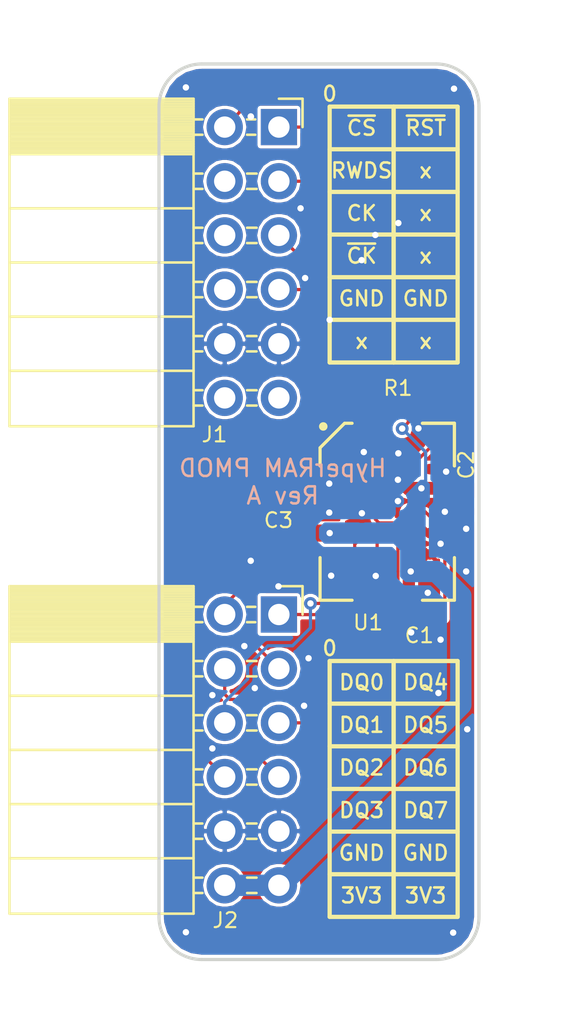
<source format=kicad_pcb>
(kicad_pcb (version 20171130) (host pcbnew 5.0.2-bee76a0~70~ubuntu18.04.1)

  (general
    (thickness 1.6)
    (drawings 71)
    (tracks 159)
    (zones 0)
    (modules 7)
    (nets 19)
  )

  (page A4)
  (layers
    (0 F.Cu signal)
    (31 B.Cu signal)
    (32 B.Adhes user hide)
    (33 F.Adhes user hide)
    (34 B.Paste user hide)
    (35 F.Paste user hide)
    (36 B.SilkS user)
    (37 F.SilkS user)
    (38 B.Mask user hide)
    (39 F.Mask user hide)
    (40 Dwgs.User user hide)
    (41 Cmts.User user hide)
    (42 Eco1.User user hide)
    (43 Eco2.User user hide)
    (44 Edge.Cuts user)
    (45 Margin user hide)
    (46 B.CrtYd user hide)
    (47 F.CrtYd user hide)
    (48 B.Fab user hide)
    (49 F.Fab user hide)
  )

  (setup
    (last_trace_width 0.15)
    (user_trace_width 0.2)
    (user_trace_width 0.3)
    (user_trace_width 0.5)
    (user_trace_width 1)
    (trace_clearance 0.15)
    (zone_clearance 0.15)
    (zone_45_only no)
    (trace_min 0.15)
    (segment_width 0.2)
    (edge_width 0.15)
    (via_size 0.6)
    (via_drill 0.3)
    (via_min_size 0.6)
    (via_min_drill 0.3)
    (uvia_size 0.3)
    (uvia_drill 0.1)
    (uvias_allowed no)
    (uvia_min_size 0.2)
    (uvia_min_drill 0.1)
    (pcb_text_width 0.3)
    (pcb_text_size 1.5 1.5)
    (mod_edge_width 0.15)
    (mod_text_size 0.7 0.7)
    (mod_text_width 0.1)
    (pad_size 1.524 1.524)
    (pad_drill 0.762)
    (pad_to_mask_clearance 0.05)
    (solder_mask_min_width 0.1)
    (aux_axis_origin 0 0)
    (visible_elements FFFFFF7F)
    (pcbplotparams
      (layerselection 0x010fc_ffffffff)
      (usegerberextensions false)
      (usegerberattributes false)
      (usegerberadvancedattributes false)
      (creategerberjobfile false)
      (excludeedgelayer true)
      (linewidth 0.100000)
      (plotframeref false)
      (viasonmask false)
      (mode 1)
      (useauxorigin false)
      (hpglpennumber 1)
      (hpglpenspeed 20)
      (hpglpendiameter 15.000000)
      (psnegative false)
      (psa4output false)
      (plotreference true)
      (plotvalue true)
      (plotinvisibletext false)
      (padsonsilk false)
      (subtractmaskfromsilk false)
      (outputformat 1)
      (mirror false)
      (drillshape 1)
      (scaleselection 1)
      (outputdirectory ""))
  )

  (net 0 "")
  (net 1 +3V3)
  (net 2 GND)
  (net 3 "Net-(J1-Pad8)")
  (net 4 /~CS~)
  (net 5 "Net-(J1-Pad6)")
  (net 6 /RWDS)
  (net 7 "Net-(J1-Pad4)")
  (net 8 /CK)
  (net 9 /~RST~)
  (net 10 /~CK~)
  (net 11 /DQ0)
  (net 12 /DQ4)
  (net 13 /DQ1)
  (net 14 /DQ5)
  (net 15 /DQ2)
  (net 16 /DQ6)
  (net 17 /DQ3)
  (net 18 /DQ7)

  (net_class Default "This is the default net class."
    (clearance 0.15)
    (trace_width 0.15)
    (via_dia 0.6)
    (via_drill 0.3)
    (uvia_dia 0.3)
    (uvia_drill 0.1)
    (diff_pair_gap 0.15)
    (diff_pair_width 0.15)
    (add_net +3V3)
    (add_net /CK)
    (add_net /DQ0)
    (add_net /DQ1)
    (add_net /DQ2)
    (add_net /DQ3)
    (add_net /DQ4)
    (add_net /DQ5)
    (add_net /DQ6)
    (add_net /DQ7)
    (add_net /RWDS)
    (add_net /~CK~)
    (add_net /~CS~)
    (add_net /~RST~)
    (add_net GND)
    (add_net "Net-(J1-Pad4)")
    (add_net "Net-(J1-Pad6)")
    (add_net "Net-(J1-Pad8)")
  )

  (module Capacitor_SMD:C_0402_1005Metric (layer F.Cu) (tedit 5B301BBE) (tstamp 5F6DB097)
    (at 141.15 83.75)
    (descr "Capacitor SMD 0402 (1005 Metric), square (rectangular) end terminal, IPC_7351 nominal, (Body size source: http://www.tortai-tech.com/upload/download/2011102023233369053.pdf), generated with kicad-footprint-generator")
    (tags capacitor)
    (path /5F3F0612)
    (attr smd)
    (fp_text reference C1 (at 0.05 1.05) (layer F.SilkS)
      (effects (font (size 0.7 0.7) (thickness 0.1)))
    )
    (fp_text value 100n (at 0 1.17) (layer F.Fab)
      (effects (font (size 1 1) (thickness 0.15)))
    )
    (fp_line (start -0.5 0.25) (end -0.5 -0.25) (layer F.Fab) (width 0.1))
    (fp_line (start -0.5 -0.25) (end 0.5 -0.25) (layer F.Fab) (width 0.1))
    (fp_line (start 0.5 -0.25) (end 0.5 0.25) (layer F.Fab) (width 0.1))
    (fp_line (start 0.5 0.25) (end -0.5 0.25) (layer F.Fab) (width 0.1))
    (fp_line (start -0.93 0.47) (end -0.93 -0.47) (layer F.CrtYd) (width 0.05))
    (fp_line (start -0.93 -0.47) (end 0.93 -0.47) (layer F.CrtYd) (width 0.05))
    (fp_line (start 0.93 -0.47) (end 0.93 0.47) (layer F.CrtYd) (width 0.05))
    (fp_line (start 0.93 0.47) (end -0.93 0.47) (layer F.CrtYd) (width 0.05))
    (fp_text user %R (at 0 0) (layer F.Fab)
      (effects (font (size 0.25 0.25) (thickness 0.04)))
    )
    (pad 1 smd roundrect (at -0.485 0) (size 0.59 0.64) (layers F.Cu F.Paste F.Mask) (roundrect_rratio 0.25)
      (net 1 +3V3))
    (pad 2 smd roundrect (at 0.485 0) (size 0.59 0.64) (layers F.Cu F.Paste F.Mask) (roundrect_rratio 0.25)
      (net 2 GND))
    (model ${KISYS3DMOD}/Capacitor_SMD.3dshapes/C_0402_1005Metric.wrl
      (at (xyz 0 0 0))
      (scale (xyz 1 1 1))
      (rotate (xyz 0 0 0))
    )
  )

  (module Capacitor_SMD:C_0402_1005Metric (layer F.Cu) (tedit 5B301BBE) (tstamp 5F6D2D3F)
    (at 143.45 78.5 270)
    (descr "Capacitor SMD 0402 (1005 Metric), square (rectangular) end terminal, IPC_7351 nominal, (Body size source: http://www.tortai-tech.com/upload/download/2011102023233369053.pdf), generated with kicad-footprint-generator")
    (tags capacitor)
    (path /5F3EF315)
    (attr smd)
    (fp_text reference C2 (at -1.7 0.05 270) (layer F.SilkS)
      (effects (font (size 0.7 0.7) (thickness 0.1)))
    )
    (fp_text value 100n (at 0 1.17 270) (layer F.Fab)
      (effects (font (size 1 1) (thickness 0.15)))
    )
    (fp_text user %R (at 0 0 270) (layer F.Fab)
      (effects (font (size 0.25 0.25) (thickness 0.04)))
    )
    (fp_line (start 0.93 0.47) (end -0.93 0.47) (layer F.CrtYd) (width 0.05))
    (fp_line (start 0.93 -0.47) (end 0.93 0.47) (layer F.CrtYd) (width 0.05))
    (fp_line (start -0.93 -0.47) (end 0.93 -0.47) (layer F.CrtYd) (width 0.05))
    (fp_line (start -0.93 0.47) (end -0.93 -0.47) (layer F.CrtYd) (width 0.05))
    (fp_line (start 0.5 0.25) (end -0.5 0.25) (layer F.Fab) (width 0.1))
    (fp_line (start 0.5 -0.25) (end 0.5 0.25) (layer F.Fab) (width 0.1))
    (fp_line (start -0.5 -0.25) (end 0.5 -0.25) (layer F.Fab) (width 0.1))
    (fp_line (start -0.5 0.25) (end -0.5 -0.25) (layer F.Fab) (width 0.1))
    (pad 2 smd roundrect (at 0.485 0 270) (size 0.59 0.64) (layers F.Cu F.Paste F.Mask) (roundrect_rratio 0.25)
      (net 2 GND))
    (pad 1 smd roundrect (at -0.485 0 270) (size 0.59 0.64) (layers F.Cu F.Paste F.Mask) (roundrect_rratio 0.25)
      (net 1 +3V3))
    (model ${KISYS3DMOD}/Capacitor_SMD.3dshapes/C_0402_1005Metric.wrl
      (at (xyz 0 0 0))
      (scale (xyz 1 1 1))
      (rotate (xyz 0 0 0))
    )
  )

  (module Capacitor_SMD:C_0402_1005Metric (layer F.Cu) (tedit 5B301BBE) (tstamp 5F6D2D4E)
    (at 135.95 79.5 90)
    (descr "Capacitor SMD 0402 (1005 Metric), square (rectangular) end terminal, IPC_7351 nominal, (Body size source: http://www.tortai-tech.com/upload/download/2011102023233369053.pdf), generated with kicad-footprint-generator")
    (tags capacitor)
    (path /5F3ECD7E)
    (attr smd)
    (fp_text reference C3 (at 0.1 -1.35 180) (layer F.SilkS)
      (effects (font (size 0.7 0.7) (thickness 0.1)))
    )
    (fp_text value 100n (at 0 1.17 90) (layer F.Fab)
      (effects (font (size 1 1) (thickness 0.15)))
    )
    (fp_line (start -0.5 0.25) (end -0.5 -0.25) (layer F.Fab) (width 0.1))
    (fp_line (start -0.5 -0.25) (end 0.5 -0.25) (layer F.Fab) (width 0.1))
    (fp_line (start 0.5 -0.25) (end 0.5 0.25) (layer F.Fab) (width 0.1))
    (fp_line (start 0.5 0.25) (end -0.5 0.25) (layer F.Fab) (width 0.1))
    (fp_line (start -0.93 0.47) (end -0.93 -0.47) (layer F.CrtYd) (width 0.05))
    (fp_line (start -0.93 -0.47) (end 0.93 -0.47) (layer F.CrtYd) (width 0.05))
    (fp_line (start 0.93 -0.47) (end 0.93 0.47) (layer F.CrtYd) (width 0.05))
    (fp_line (start 0.93 0.47) (end -0.93 0.47) (layer F.CrtYd) (width 0.05))
    (fp_text user %R (at 0 0 90) (layer F.Fab)
      (effects (font (size 0.25 0.25) (thickness 0.04)))
    )
    (pad 1 smd roundrect (at -0.485 0 90) (size 0.59 0.64) (layers F.Cu F.Paste F.Mask) (roundrect_rratio 0.25)
      (net 1 +3V3))
    (pad 2 smd roundrect (at 0.485 0 90) (size 0.59 0.64) (layers F.Cu F.Paste F.Mask) (roundrect_rratio 0.25)
      (net 2 GND))
    (model ${KISYS3DMOD}/Capacitor_SMD.3dshapes/C_0402_1005Metric.wrl
      (at (xyz 0 0 0))
      (scale (xyz 1 1 1))
      (rotate (xyz 0 0 0))
    )
  )

  (module Connector_PinSocket_2.54mm:PinSocket_2x06_P2.54mm_Horizontal (layer F.Cu) (tedit 5A19A42C) (tstamp 5F6D2DB2)
    (at 134.62 60.96)
    (descr "Through hole angled socket strip, 2x06, 2.54mm pitch, 8.51mm socket length, double cols (from Kicad 4.0.7), script generated")
    (tags "Through hole angled socket strip THT 2x06 2.54mm double row")
    (path /5F3DF38F)
    (fp_text reference J1 (at -3.02 14.42) (layer F.SilkS)
      (effects (font (size 0.7 0.7) (thickness 0.1)))
    )
    (fp_text value 2.54mm_2x6 (at -5.65 15.47) (layer F.Fab)
      (effects (font (size 1 1) (thickness 0.15)))
    )
    (fp_text user %R (at -8.315 6.35 90) (layer F.Fab)
      (effects (font (size 1 1) (thickness 0.15)))
    )
    (fp_line (start 1.8 14.45) (end 1.8 -1.8) (layer F.CrtYd) (width 0.05))
    (fp_line (start -13.05 14.45) (end 1.8 14.45) (layer F.CrtYd) (width 0.05))
    (fp_line (start -13.05 -1.8) (end -13.05 14.45) (layer F.CrtYd) (width 0.05))
    (fp_line (start 1.8 -1.8) (end -13.05 -1.8) (layer F.CrtYd) (width 0.05))
    (fp_line (start 0 -1.33) (end 1.11 -1.33) (layer F.SilkS) (width 0.12))
    (fp_line (start 1.11 -1.33) (end 1.11 0) (layer F.SilkS) (width 0.12))
    (fp_line (start -12.63 -1.33) (end -12.63 14.03) (layer F.SilkS) (width 0.12))
    (fp_line (start -12.63 14.03) (end -4 14.03) (layer F.SilkS) (width 0.12))
    (fp_line (start -4 -1.33) (end -4 14.03) (layer F.SilkS) (width 0.12))
    (fp_line (start -12.63 -1.33) (end -4 -1.33) (layer F.SilkS) (width 0.12))
    (fp_line (start -12.63 11.43) (end -4 11.43) (layer F.SilkS) (width 0.12))
    (fp_line (start -12.63 8.89) (end -4 8.89) (layer F.SilkS) (width 0.12))
    (fp_line (start -12.63 6.35) (end -4 6.35) (layer F.SilkS) (width 0.12))
    (fp_line (start -12.63 3.81) (end -4 3.81) (layer F.SilkS) (width 0.12))
    (fp_line (start -12.63 1.27) (end -4 1.27) (layer F.SilkS) (width 0.12))
    (fp_line (start -1.49 13.06) (end -1.05 13.06) (layer F.SilkS) (width 0.12))
    (fp_line (start -4 13.06) (end -3.59 13.06) (layer F.SilkS) (width 0.12))
    (fp_line (start -1.49 12.34) (end -1.05 12.34) (layer F.SilkS) (width 0.12))
    (fp_line (start -4 12.34) (end -3.59 12.34) (layer F.SilkS) (width 0.12))
    (fp_line (start -1.49 10.52) (end -1.05 10.52) (layer F.SilkS) (width 0.12))
    (fp_line (start -4 10.52) (end -3.59 10.52) (layer F.SilkS) (width 0.12))
    (fp_line (start -1.49 9.8) (end -1.05 9.8) (layer F.SilkS) (width 0.12))
    (fp_line (start -4 9.8) (end -3.59 9.8) (layer F.SilkS) (width 0.12))
    (fp_line (start -1.49 7.98) (end -1.05 7.98) (layer F.SilkS) (width 0.12))
    (fp_line (start -4 7.98) (end -3.59 7.98) (layer F.SilkS) (width 0.12))
    (fp_line (start -1.49 7.26) (end -1.05 7.26) (layer F.SilkS) (width 0.12))
    (fp_line (start -4 7.26) (end -3.59 7.26) (layer F.SilkS) (width 0.12))
    (fp_line (start -1.49 5.44) (end -1.05 5.44) (layer F.SilkS) (width 0.12))
    (fp_line (start -4 5.44) (end -3.59 5.44) (layer F.SilkS) (width 0.12))
    (fp_line (start -1.49 4.72) (end -1.05 4.72) (layer F.SilkS) (width 0.12))
    (fp_line (start -4 4.72) (end -3.59 4.72) (layer F.SilkS) (width 0.12))
    (fp_line (start -1.49 2.9) (end -1.05 2.9) (layer F.SilkS) (width 0.12))
    (fp_line (start -4 2.9) (end -3.59 2.9) (layer F.SilkS) (width 0.12))
    (fp_line (start -1.49 2.18) (end -1.05 2.18) (layer F.SilkS) (width 0.12))
    (fp_line (start -4 2.18) (end -3.59 2.18) (layer F.SilkS) (width 0.12))
    (fp_line (start -1.49 0.36) (end -1.11 0.36) (layer F.SilkS) (width 0.12))
    (fp_line (start -4 0.36) (end -3.59 0.36) (layer F.SilkS) (width 0.12))
    (fp_line (start -1.49 -0.36) (end -1.11 -0.36) (layer F.SilkS) (width 0.12))
    (fp_line (start -4 -0.36) (end -3.59 -0.36) (layer F.SilkS) (width 0.12))
    (fp_line (start -12.63 1.1519) (end -4 1.1519) (layer F.SilkS) (width 0.12))
    (fp_line (start -12.63 1.033805) (end -4 1.033805) (layer F.SilkS) (width 0.12))
    (fp_line (start -12.63 0.91571) (end -4 0.91571) (layer F.SilkS) (width 0.12))
    (fp_line (start -12.63 0.797615) (end -4 0.797615) (layer F.SilkS) (width 0.12))
    (fp_line (start -12.63 0.67952) (end -4 0.67952) (layer F.SilkS) (width 0.12))
    (fp_line (start -12.63 0.561425) (end -4 0.561425) (layer F.SilkS) (width 0.12))
    (fp_line (start -12.63 0.44333) (end -4 0.44333) (layer F.SilkS) (width 0.12))
    (fp_line (start -12.63 0.325235) (end -4 0.325235) (layer F.SilkS) (width 0.12))
    (fp_line (start -12.63 0.20714) (end -4 0.20714) (layer F.SilkS) (width 0.12))
    (fp_line (start -12.63 0.089045) (end -4 0.089045) (layer F.SilkS) (width 0.12))
    (fp_line (start -12.63 -0.02905) (end -4 -0.02905) (layer F.SilkS) (width 0.12))
    (fp_line (start -12.63 -0.147145) (end -4 -0.147145) (layer F.SilkS) (width 0.12))
    (fp_line (start -12.63 -0.26524) (end -4 -0.26524) (layer F.SilkS) (width 0.12))
    (fp_line (start -12.63 -0.383335) (end -4 -0.383335) (layer F.SilkS) (width 0.12))
    (fp_line (start -12.63 -0.50143) (end -4 -0.50143) (layer F.SilkS) (width 0.12))
    (fp_line (start -12.63 -0.619525) (end -4 -0.619525) (layer F.SilkS) (width 0.12))
    (fp_line (start -12.63 -0.73762) (end -4 -0.73762) (layer F.SilkS) (width 0.12))
    (fp_line (start -12.63 -0.855715) (end -4 -0.855715) (layer F.SilkS) (width 0.12))
    (fp_line (start -12.63 -0.97381) (end -4 -0.97381) (layer F.SilkS) (width 0.12))
    (fp_line (start -12.63 -1.091905) (end -4 -1.091905) (layer F.SilkS) (width 0.12))
    (fp_line (start -12.63 -1.21) (end -4 -1.21) (layer F.SilkS) (width 0.12))
    (fp_line (start 0 13) (end 0 12.4) (layer F.Fab) (width 0.1))
    (fp_line (start -4.06 13) (end 0 13) (layer F.Fab) (width 0.1))
    (fp_line (start 0 12.4) (end -4.06 12.4) (layer F.Fab) (width 0.1))
    (fp_line (start 0 10.46) (end 0 9.86) (layer F.Fab) (width 0.1))
    (fp_line (start -4.06 10.46) (end 0 10.46) (layer F.Fab) (width 0.1))
    (fp_line (start 0 9.86) (end -4.06 9.86) (layer F.Fab) (width 0.1))
    (fp_line (start 0 7.92) (end 0 7.32) (layer F.Fab) (width 0.1))
    (fp_line (start -4.06 7.92) (end 0 7.92) (layer F.Fab) (width 0.1))
    (fp_line (start 0 7.32) (end -4.06 7.32) (layer F.Fab) (width 0.1))
    (fp_line (start 0 5.38) (end 0 4.78) (layer F.Fab) (width 0.1))
    (fp_line (start -4.06 5.38) (end 0 5.38) (layer F.Fab) (width 0.1))
    (fp_line (start 0 4.78) (end -4.06 4.78) (layer F.Fab) (width 0.1))
    (fp_line (start 0 2.84) (end 0 2.24) (layer F.Fab) (width 0.1))
    (fp_line (start -4.06 2.84) (end 0 2.84) (layer F.Fab) (width 0.1))
    (fp_line (start 0 2.24) (end -4.06 2.24) (layer F.Fab) (width 0.1))
    (fp_line (start 0 0.3) (end 0 -0.3) (layer F.Fab) (width 0.1))
    (fp_line (start -4.06 0.3) (end 0 0.3) (layer F.Fab) (width 0.1))
    (fp_line (start 0 -0.3) (end -4.06 -0.3) (layer F.Fab) (width 0.1))
    (fp_line (start -12.57 13.97) (end -12.57 -1.27) (layer F.Fab) (width 0.1))
    (fp_line (start -4.06 13.97) (end -12.57 13.97) (layer F.Fab) (width 0.1))
    (fp_line (start -4.06 -0.3) (end -4.06 13.97) (layer F.Fab) (width 0.1))
    (fp_line (start -5.03 -1.27) (end -4.06 -0.3) (layer F.Fab) (width 0.1))
    (fp_line (start -12.57 -1.27) (end -5.03 -1.27) (layer F.Fab) (width 0.1))
    (pad 12 thru_hole oval (at -2.54 12.7) (size 1.7 1.7) (drill 1) (layers *.Cu *.Mask)
      (net 1 +3V3))
    (pad 11 thru_hole oval (at 0 12.7) (size 1.7 1.7) (drill 1) (layers *.Cu *.Mask)
      (net 1 +3V3))
    (pad 10 thru_hole oval (at -2.54 10.16) (size 1.7 1.7) (drill 1) (layers *.Cu *.Mask)
      (net 2 GND))
    (pad 9 thru_hole oval (at 0 10.16) (size 1.7 1.7) (drill 1) (layers *.Cu *.Mask)
      (net 2 GND))
    (pad 8 thru_hole oval (at -2.54 7.62) (size 1.7 1.7) (drill 1) (layers *.Cu *.Mask)
      (net 3 "Net-(J1-Pad8)"))
    (pad 7 thru_hole oval (at 0 7.62) (size 1.7 1.7) (drill 1) (layers *.Cu *.Mask)
      (net 10 /~CK~))
    (pad 6 thru_hole oval (at -2.54 5.08) (size 1.7 1.7) (drill 1) (layers *.Cu *.Mask)
      (net 5 "Net-(J1-Pad6)"))
    (pad 5 thru_hole oval (at 0 5.08) (size 1.7 1.7) (drill 1) (layers *.Cu *.Mask)
      (net 8 /CK))
    (pad 4 thru_hole oval (at -2.54 2.54) (size 1.7 1.7) (drill 1) (layers *.Cu *.Mask)
      (net 7 "Net-(J1-Pad4)"))
    (pad 3 thru_hole oval (at 0 2.54) (size 1.7 1.7) (drill 1) (layers *.Cu *.Mask)
      (net 6 /RWDS))
    (pad 2 thru_hole oval (at -2.54 0) (size 1.7 1.7) (drill 1) (layers *.Cu *.Mask)
      (net 9 /~RST~))
    (pad 1 thru_hole rect (at 0 0) (size 1.7 1.7) (drill 1) (layers *.Cu *.Mask)
      (net 4 /~CS~))
    (model ${KISYS3DMOD}/Connector_PinHeader_2.54mm.3dshapes/PinHeader_2x06_P2.54mm_Horizontal.wrl
      (offset (xyz 0 -12.7 0))
      (scale (xyz 1 1 1))
      (rotate (xyz 0 0 180))
    )
  )

  (module Connector_PinSocket_2.54mm:PinSocket_2x06_P2.54mm_Horizontal (layer F.Cu) (tedit 5A19A42C) (tstamp 5F6D2E16)
    (at 134.62 83.82)
    (descr "Through hole angled socket strip, 2x06, 2.54mm pitch, 8.51mm socket length, double cols (from Kicad 4.0.7), script generated")
    (tags "Through hole angled socket strip THT 2x06 2.54mm double row")
    (path /5F3DDEB5)
    (fp_text reference J2 (at -2.51 14.34) (layer F.SilkS)
      (effects (font (size 0.7 0.7) (thickness 0.1)))
    )
    (fp_text value 2.54mm_2x6 (at -5.65 15.47) (layer F.Fab)
      (effects (font (size 1 1) (thickness 0.15)))
    )
    (fp_line (start -12.57 -1.27) (end -5.03 -1.27) (layer F.Fab) (width 0.1))
    (fp_line (start -5.03 -1.27) (end -4.06 -0.3) (layer F.Fab) (width 0.1))
    (fp_line (start -4.06 -0.3) (end -4.06 13.97) (layer F.Fab) (width 0.1))
    (fp_line (start -4.06 13.97) (end -12.57 13.97) (layer F.Fab) (width 0.1))
    (fp_line (start -12.57 13.97) (end -12.57 -1.27) (layer F.Fab) (width 0.1))
    (fp_line (start 0 -0.3) (end -4.06 -0.3) (layer F.Fab) (width 0.1))
    (fp_line (start -4.06 0.3) (end 0 0.3) (layer F.Fab) (width 0.1))
    (fp_line (start 0 0.3) (end 0 -0.3) (layer F.Fab) (width 0.1))
    (fp_line (start 0 2.24) (end -4.06 2.24) (layer F.Fab) (width 0.1))
    (fp_line (start -4.06 2.84) (end 0 2.84) (layer F.Fab) (width 0.1))
    (fp_line (start 0 2.84) (end 0 2.24) (layer F.Fab) (width 0.1))
    (fp_line (start 0 4.78) (end -4.06 4.78) (layer F.Fab) (width 0.1))
    (fp_line (start -4.06 5.38) (end 0 5.38) (layer F.Fab) (width 0.1))
    (fp_line (start 0 5.38) (end 0 4.78) (layer F.Fab) (width 0.1))
    (fp_line (start 0 7.32) (end -4.06 7.32) (layer F.Fab) (width 0.1))
    (fp_line (start -4.06 7.92) (end 0 7.92) (layer F.Fab) (width 0.1))
    (fp_line (start 0 7.92) (end 0 7.32) (layer F.Fab) (width 0.1))
    (fp_line (start 0 9.86) (end -4.06 9.86) (layer F.Fab) (width 0.1))
    (fp_line (start -4.06 10.46) (end 0 10.46) (layer F.Fab) (width 0.1))
    (fp_line (start 0 10.46) (end 0 9.86) (layer F.Fab) (width 0.1))
    (fp_line (start 0 12.4) (end -4.06 12.4) (layer F.Fab) (width 0.1))
    (fp_line (start -4.06 13) (end 0 13) (layer F.Fab) (width 0.1))
    (fp_line (start 0 13) (end 0 12.4) (layer F.Fab) (width 0.1))
    (fp_line (start -12.63 -1.21) (end -4 -1.21) (layer F.SilkS) (width 0.12))
    (fp_line (start -12.63 -1.091905) (end -4 -1.091905) (layer F.SilkS) (width 0.12))
    (fp_line (start -12.63 -0.97381) (end -4 -0.97381) (layer F.SilkS) (width 0.12))
    (fp_line (start -12.63 -0.855715) (end -4 -0.855715) (layer F.SilkS) (width 0.12))
    (fp_line (start -12.63 -0.73762) (end -4 -0.73762) (layer F.SilkS) (width 0.12))
    (fp_line (start -12.63 -0.619525) (end -4 -0.619525) (layer F.SilkS) (width 0.12))
    (fp_line (start -12.63 -0.50143) (end -4 -0.50143) (layer F.SilkS) (width 0.12))
    (fp_line (start -12.63 -0.383335) (end -4 -0.383335) (layer F.SilkS) (width 0.12))
    (fp_line (start -12.63 -0.26524) (end -4 -0.26524) (layer F.SilkS) (width 0.12))
    (fp_line (start -12.63 -0.147145) (end -4 -0.147145) (layer F.SilkS) (width 0.12))
    (fp_line (start -12.63 -0.02905) (end -4 -0.02905) (layer F.SilkS) (width 0.12))
    (fp_line (start -12.63 0.089045) (end -4 0.089045) (layer F.SilkS) (width 0.12))
    (fp_line (start -12.63 0.20714) (end -4 0.20714) (layer F.SilkS) (width 0.12))
    (fp_line (start -12.63 0.325235) (end -4 0.325235) (layer F.SilkS) (width 0.12))
    (fp_line (start -12.63 0.44333) (end -4 0.44333) (layer F.SilkS) (width 0.12))
    (fp_line (start -12.63 0.561425) (end -4 0.561425) (layer F.SilkS) (width 0.12))
    (fp_line (start -12.63 0.67952) (end -4 0.67952) (layer F.SilkS) (width 0.12))
    (fp_line (start -12.63 0.797615) (end -4 0.797615) (layer F.SilkS) (width 0.12))
    (fp_line (start -12.63 0.91571) (end -4 0.91571) (layer F.SilkS) (width 0.12))
    (fp_line (start -12.63 1.033805) (end -4 1.033805) (layer F.SilkS) (width 0.12))
    (fp_line (start -12.63 1.1519) (end -4 1.1519) (layer F.SilkS) (width 0.12))
    (fp_line (start -4 -0.36) (end -3.59 -0.36) (layer F.SilkS) (width 0.12))
    (fp_line (start -1.49 -0.36) (end -1.11 -0.36) (layer F.SilkS) (width 0.12))
    (fp_line (start -4 0.36) (end -3.59 0.36) (layer F.SilkS) (width 0.12))
    (fp_line (start -1.49 0.36) (end -1.11 0.36) (layer F.SilkS) (width 0.12))
    (fp_line (start -4 2.18) (end -3.59 2.18) (layer F.SilkS) (width 0.12))
    (fp_line (start -1.49 2.18) (end -1.05 2.18) (layer F.SilkS) (width 0.12))
    (fp_line (start -4 2.9) (end -3.59 2.9) (layer F.SilkS) (width 0.12))
    (fp_line (start -1.49 2.9) (end -1.05 2.9) (layer F.SilkS) (width 0.12))
    (fp_line (start -4 4.72) (end -3.59 4.72) (layer F.SilkS) (width 0.12))
    (fp_line (start -1.49 4.72) (end -1.05 4.72) (layer F.SilkS) (width 0.12))
    (fp_line (start -4 5.44) (end -3.59 5.44) (layer F.SilkS) (width 0.12))
    (fp_line (start -1.49 5.44) (end -1.05 5.44) (layer F.SilkS) (width 0.12))
    (fp_line (start -4 7.26) (end -3.59 7.26) (layer F.SilkS) (width 0.12))
    (fp_line (start -1.49 7.26) (end -1.05 7.26) (layer F.SilkS) (width 0.12))
    (fp_line (start -4 7.98) (end -3.59 7.98) (layer F.SilkS) (width 0.12))
    (fp_line (start -1.49 7.98) (end -1.05 7.98) (layer F.SilkS) (width 0.12))
    (fp_line (start -4 9.8) (end -3.59 9.8) (layer F.SilkS) (width 0.12))
    (fp_line (start -1.49 9.8) (end -1.05 9.8) (layer F.SilkS) (width 0.12))
    (fp_line (start -4 10.52) (end -3.59 10.52) (layer F.SilkS) (width 0.12))
    (fp_line (start -1.49 10.52) (end -1.05 10.52) (layer F.SilkS) (width 0.12))
    (fp_line (start -4 12.34) (end -3.59 12.34) (layer F.SilkS) (width 0.12))
    (fp_line (start -1.49 12.34) (end -1.05 12.34) (layer F.SilkS) (width 0.12))
    (fp_line (start -4 13.06) (end -3.59 13.06) (layer F.SilkS) (width 0.12))
    (fp_line (start -1.49 13.06) (end -1.05 13.06) (layer F.SilkS) (width 0.12))
    (fp_line (start -12.63 1.27) (end -4 1.27) (layer F.SilkS) (width 0.12))
    (fp_line (start -12.63 3.81) (end -4 3.81) (layer F.SilkS) (width 0.12))
    (fp_line (start -12.63 6.35) (end -4 6.35) (layer F.SilkS) (width 0.12))
    (fp_line (start -12.63 8.89) (end -4 8.89) (layer F.SilkS) (width 0.12))
    (fp_line (start -12.63 11.43) (end -4 11.43) (layer F.SilkS) (width 0.12))
    (fp_line (start -12.63 -1.33) (end -4 -1.33) (layer F.SilkS) (width 0.12))
    (fp_line (start -4 -1.33) (end -4 14.03) (layer F.SilkS) (width 0.12))
    (fp_line (start -12.63 14.03) (end -4 14.03) (layer F.SilkS) (width 0.12))
    (fp_line (start -12.63 -1.33) (end -12.63 14.03) (layer F.SilkS) (width 0.12))
    (fp_line (start 1.11 -1.33) (end 1.11 0) (layer F.SilkS) (width 0.12))
    (fp_line (start 0 -1.33) (end 1.11 -1.33) (layer F.SilkS) (width 0.12))
    (fp_line (start 1.8 -1.8) (end -13.05 -1.8) (layer F.CrtYd) (width 0.05))
    (fp_line (start -13.05 -1.8) (end -13.05 14.45) (layer F.CrtYd) (width 0.05))
    (fp_line (start -13.05 14.45) (end 1.8 14.45) (layer F.CrtYd) (width 0.05))
    (fp_line (start 1.8 14.45) (end 1.8 -1.8) (layer F.CrtYd) (width 0.05))
    (fp_text user %R (at -8.315 6.35 90) (layer F.Fab)
      (effects (font (size 1 1) (thickness 0.15)))
    )
    (pad 1 thru_hole rect (at 0 0) (size 1.7 1.7) (drill 1) (layers *.Cu *.Mask)
      (net 11 /DQ0))
    (pad 2 thru_hole oval (at -2.54 0) (size 1.7 1.7) (drill 1) (layers *.Cu *.Mask)
      (net 12 /DQ4))
    (pad 3 thru_hole oval (at 0 2.54) (size 1.7 1.7) (drill 1) (layers *.Cu *.Mask)
      (net 13 /DQ1))
    (pad 4 thru_hole oval (at -2.54 2.54) (size 1.7 1.7) (drill 1) (layers *.Cu *.Mask)
      (net 14 /DQ5))
    (pad 5 thru_hole oval (at 0 5.08) (size 1.7 1.7) (drill 1) (layers *.Cu *.Mask)
      (net 15 /DQ2))
    (pad 6 thru_hole oval (at -2.54 5.08) (size 1.7 1.7) (drill 1) (layers *.Cu *.Mask)
      (net 16 /DQ6))
    (pad 7 thru_hole oval (at 0 7.62) (size 1.7 1.7) (drill 1) (layers *.Cu *.Mask)
      (net 17 /DQ3))
    (pad 8 thru_hole oval (at -2.54 7.62) (size 1.7 1.7) (drill 1) (layers *.Cu *.Mask)
      (net 18 /DQ7))
    (pad 9 thru_hole oval (at 0 10.16) (size 1.7 1.7) (drill 1) (layers *.Cu *.Mask)
      (net 2 GND))
    (pad 10 thru_hole oval (at -2.54 10.16) (size 1.7 1.7) (drill 1) (layers *.Cu *.Mask)
      (net 2 GND))
    (pad 11 thru_hole oval (at 0 12.7) (size 1.7 1.7) (drill 1) (layers *.Cu *.Mask)
      (net 1 +3V3))
    (pad 12 thru_hole oval (at -2.54 12.7) (size 1.7 1.7) (drill 1) (layers *.Cu *.Mask)
      (net 1 +3V3))
    (model ${KISYS3DMOD}/Connector_PinHeader_2.54mm.3dshapes/PinHeader_2x06_P2.54mm_Horizontal.wrl
      (offset (xyz 0 -12.7 0))
      (scale (xyz 1 1 1))
      (rotate (xyz 0 0 180))
    )
  )

  (module Resistor_SMD:R_0402_1005Metric (layer F.Cu) (tedit 5B301BBD) (tstamp 5F6D2E25)
    (at 140.2 74.2 180)
    (descr "Resistor SMD 0402 (1005 Metric), square (rectangular) end terminal, IPC_7351 nominal, (Body size source: http://www.tortai-tech.com/upload/download/2011102023233369053.pdf), generated with kicad-footprint-generator")
    (tags resistor)
    (path /5F3EBAFE)
    (attr smd)
    (fp_text reference R1 (at 0 1 180) (layer F.SilkS)
      (effects (font (size 0.7 0.7) (thickness 0.1)))
    )
    (fp_text value 4k7 (at 0 1.17 180) (layer F.Fab)
      (effects (font (size 1 1) (thickness 0.15)))
    )
    (fp_line (start -0.5 0.25) (end -0.5 -0.25) (layer F.Fab) (width 0.1))
    (fp_line (start -0.5 -0.25) (end 0.5 -0.25) (layer F.Fab) (width 0.1))
    (fp_line (start 0.5 -0.25) (end 0.5 0.25) (layer F.Fab) (width 0.1))
    (fp_line (start 0.5 0.25) (end -0.5 0.25) (layer F.Fab) (width 0.1))
    (fp_line (start -0.93 0.47) (end -0.93 -0.47) (layer F.CrtYd) (width 0.05))
    (fp_line (start -0.93 -0.47) (end 0.93 -0.47) (layer F.CrtYd) (width 0.05))
    (fp_line (start 0.93 -0.47) (end 0.93 0.47) (layer F.CrtYd) (width 0.05))
    (fp_line (start 0.93 0.47) (end -0.93 0.47) (layer F.CrtYd) (width 0.05))
    (fp_text user %R (at 0 0 180) (layer F.Fab)
      (effects (font (size 0.25 0.25) (thickness 0.04)))
    )
    (pad 1 smd roundrect (at -0.485 0 180) (size 0.59 0.64) (layers F.Cu F.Paste F.Mask) (roundrect_rratio 0.25)
      (net 1 +3V3))
    (pad 2 smd roundrect (at 0.485 0 180) (size 0.59 0.64) (layers F.Cu F.Paste F.Mask) (roundrect_rratio 0.25)
      (net 4 /~CS~))
    (model ${KISYS3DMOD}/Resistor_SMD.3dshapes/R_0402_1005Metric.wrl
      (at (xyz 0 0 0))
      (scale (xyz 1 1 1))
      (rotate (xyz 0 0 0))
    )
  )

  (module picodvi:S70KS128 (layer F.Cu) (tedit 5F3D532D) (tstamp 5F6D569B)
    (at 139.7 79)
    (path /5F3DDDDC)
    (attr smd)
    (fp_text reference U1 (at -0.9 5.2) (layer F.SilkS)
      (effects (font (size 0.7 0.7) (thickness 0.1)))
    )
    (fp_text value S70KS128 (at 0 5) (layer F.Fab)
      (effects (font (size 1 1) (thickness 0.15)))
    )
    (fp_line (start -2 -4) (end -3 -3) (layer F.Fab) (width 0.15))
    (fp_line (start -3 -3) (end -3 4) (layer F.Fab) (width 0.15))
    (fp_line (start -3 4) (end 3 4) (layer F.Fab) (width 0.15))
    (fp_line (start 3 4) (end 3 -4) (layer F.Fab) (width 0.15))
    (fp_line (start 3 -4) (end -2 -4) (layer F.Fab) (width 0.15))
    (fp_line (start 1.65 -4.15) (end 3.15 -4.15) (layer F.SilkS) (width 0.15))
    (fp_line (start 3.15 -4.15) (end 3.15 -2.15) (layer F.SilkS) (width 0.15))
    (fp_line (start 1.65 -4.15) (end 3.15 -4.15) (layer F.SilkS) (width 0.15))
    (fp_line (start 3.15 -4.15) (end 3.15 -2.15) (layer F.SilkS) (width 0.15))
    (fp_line (start 1.65 4.15) (end 3.15 4.15) (layer F.SilkS) (width 0.15))
    (fp_line (start 3.15 4.15) (end 3.15 2.15) (layer F.SilkS) (width 0.15))
    (fp_line (start 1.65 -4.15) (end 3.15 -4.15) (layer F.SilkS) (width 0.15))
    (fp_line (start 3.15 -4.15) (end 3.15 -2.15) (layer F.SilkS) (width 0.15))
    (fp_line (start -1.65 4.15) (end -3.15 4.15) (layer F.SilkS) (width 0.15))
    (fp_line (start -3.15 4.15) (end -3.15 2.15) (layer F.SilkS) (width 0.15))
    (fp_line (start -1.65 -4.15) (end -2 -4.15) (layer F.SilkS) (width 0.15))
    (fp_line (start -2 -4.15) (end -3.15 -3) (layer F.SilkS) (width 0.15))
    (fp_line (start -3.15 -3) (end -3.15 -2.15) (layer F.SilkS) (width 0.15))
    (fp_circle (center -3 -4) (end -3 -3.9) (layer F.SilkS) (width 0.2))
    (fp_line (start -3.25 -4.25) (end 3.25 -4.25) (layer F.CrtYd) (width 0.05))
    (fp_line (start 3.25 -4.25) (end 3.25 4.25) (layer F.CrtYd) (width 0.05))
    (fp_line (start 3.25 4.25) (end -3.25 4.25) (layer F.CrtYd) (width 0.05))
    (fp_line (start -3.25 4.25) (end -3.25 -4.25) (layer F.CrtYd) (width 0.05))
    (pad B1 smd circle (at -2 -1) (size 0.5 0.5) (layers F.Cu F.Paste F.Mask)
      (net 10 /~CK~))
    (pad C1 smd circle (at -2 0) (size 0.5 0.5) (layers F.Cu F.Paste F.Mask)
      (net 2 GND))
    (pad D1 smd circle (at -2 1) (size 0.5 0.5) (layers F.Cu F.Paste F.Mask)
      (net 1 +3V3))
    (pad E1 smd circle (at -2 2) (size 0.5 0.5) (layers F.Cu F.Paste F.Mask)
      (net 18 /DQ7))
    (pad A2 smd circle (at -1 -2) (size 0.5 0.5) (layers F.Cu F.Paste F.Mask))
    (pad B2 smd circle (at -1 -1) (size 0.5 0.5) (layers F.Cu F.Paste F.Mask)
      (net 8 /CK))
    (pad D2 smd circle (at -1 1) (size 0.5 0.5) (layers F.Cu F.Paste F.Mask)
      (net 13 /DQ1))
    (pad E2 smd circle (at -1 2) (size 0.5 0.5) (layers F.Cu F.Paste F.Mask)
      (net 16 /DQ6))
    (pad A3 smd circle (at 0 -2) (size 0.5 0.5) (layers F.Cu F.Paste F.Mask)
      (net 4 /~CS~))
    (pad B3 smd circle (at 0 -1) (size 0.5 0.5) (layers F.Cu F.Paste F.Mask)
      (net 2 GND))
    (pad C3 smd circle (at 0 0) (size 0.5 0.5) (layers F.Cu F.Paste F.Mask)
      (net 6 /RWDS))
    (pad D3 smd circle (at 0 1) (size 0.5 0.5) (layers F.Cu F.Paste F.Mask)
      (net 11 /DQ0))
    (pad E3 smd circle (at 0 2) (size 0.5 0.5) (layers F.Cu F.Paste F.Mask)
      (net 14 /DQ5))
    (pad A4 smd circle (at 1 -2) (size 0.5 0.5) (layers F.Cu F.Paste F.Mask)
      (net 9 /~RST~))
    (pad B4 smd circle (at 1 -1) (size 0.5 0.5) (layers F.Cu F.Paste F.Mask)
      (net 1 +3V3))
    (pad C4 smd circle (at 1 0) (size 0.5 0.5) (layers F.Cu F.Paste F.Mask)
      (net 15 /DQ2))
    (pad D4 smd circle (at 1 1) (size 0.5 0.5) (layers F.Cu F.Paste F.Mask)
      (net 17 /DQ3))
    (pad E4 smd circle (at 1 2) (size 0.5 0.5) (layers F.Cu F.Paste F.Mask)
      (net 1 +3V3))
    (pad A5 smd circle (at 2 -2) (size 0.5 0.5) (layers F.Cu F.Paste F.Mask))
    (pad D5 smd circle (at 2 1) (size 0.5 0.5) (layers F.Cu F.Paste F.Mask)
      (net 12 /DQ4))
    (pad E5 smd circle (at 2 2) (size 0.5 0.5) (layers F.Cu F.Paste F.Mask)
      (net 2 GND))
  )

  (gr_text "HyperRAM PMOD\nRev A" (at 134.8 77.6) (layer B.SilkS)
    (effects (font (size 0.8 0.8) (thickness 0.12)) (justify mirror))
  )
  (gr_text 0 (at 137 59.4) (layer F.SilkS) (tstamp 5F6EDD04)
    (effects (font (size 0.7 0.7) (thickness 0.12)))
  )
  (gr_text 0 (at 137 85.4) (layer F.SilkS) (tstamp 5F6EDC50)
    (effects (font (size 0.7 0.7) (thickness 0.12)))
  )
  (gr_line (start 140 72) (end 140 60) (layer F.SilkS) (width 0.2) (tstamp 5F6ED0E4))
  (gr_line (start 140 66) (end 137 66) (layer F.SilkS) (width 0.2) (tstamp 5F6ED0E3))
  (gr_line (start 137 60) (end 140 60) (layer F.SilkS) (width 0.2) (tstamp 5F6ED0E2))
  (gr_line (start 140 72) (end 137 72) (layer F.SilkS) (width 0.2) (tstamp 5F6ED0E1))
  (gr_line (start 140 68) (end 143 68) (layer F.SilkS) (width 0.2) (tstamp 5F6ED0E0))
  (gr_line (start 137 72) (end 137 60) (layer F.SilkS) (width 0.2) (tstamp 5F6ED0DF))
  (gr_line (start 137 70) (end 140 70) (layer F.SilkS) (width 0.2) (tstamp 5F6ED0DE))
  (gr_text "~RST~\n" (at 141.5 61) (layer F.SilkS) (tstamp 5F6ED0DD)
    (effects (font (size 0.7 0.7) (thickness 0.12)))
  )
  (gr_line (start 140 60) (end 140 72) (layer F.SilkS) (width 0.2) (tstamp 5F6ED0DC))
  (gr_line (start 143 60) (end 143 72) (layer F.SilkS) (width 0.2) (tstamp 5F6ED0DB))
  (gr_line (start 140 62) (end 143 62) (layer F.SilkS) (width 0.2) (tstamp 5F6ED0DA))
  (gr_text GND (at 138.5 69) (layer F.SilkS) (tstamp 5F6ED0D9)
    (effects (font (size 0.7 0.7) (thickness 0.12)))
  )
  (gr_text x (at 141.5 65) (layer F.SilkS) (tstamp 5F6ED0D8)
    (effects (font (size 0.7 0.7) (thickness 0.12)))
  )
  (gr_text GND (at 141.5 69) (layer F.SilkS) (tstamp 5F6ED0D7)
    (effects (font (size 0.7 0.7) (thickness 0.12)))
  )
  (gr_line (start 137 62) (end 140 62) (layer F.SilkS) (width 0.2) (tstamp 5F6ED0D6))
  (gr_text x (at 141.5 71) (layer F.SilkS) (tstamp 5F6ED0D5)
    (effects (font (size 0.7 0.7) (thickness 0.12)))
  )
  (gr_line (start 137 68) (end 140 68) (layer F.SilkS) (width 0.2) (tstamp 5F6ED0D4))
  (gr_line (start 140 64) (end 143 64) (layer F.SilkS) (width 0.2) (tstamp 5F6ED0D3))
  (gr_line (start 143 66) (end 140 66) (layer F.SilkS) (width 0.2) (tstamp 5F6ED0D2))
  (gr_line (start 143 72) (end 140 72) (layer F.SilkS) (width 0.2) (tstamp 5F6ED0D1))
  (gr_line (start 140 70) (end 143 70) (layer F.SilkS) (width 0.2) (tstamp 5F6ED0D0))
  (gr_text ~CK~ (at 138.5 67) (layer F.SilkS) (tstamp 5F6ED0CF)
    (effects (font (size 0.7 0.7) (thickness 0.12)))
  )
  (gr_text ~CS~ (at 138.5 61) (layer F.SilkS) (tstamp 5F6ED0CE)
    (effects (font (size 0.7 0.7) (thickness 0.12)))
  )
  (gr_text x (at 138.5 71) (layer F.SilkS) (tstamp 5F6ED0CD)
    (effects (font (size 0.7 0.7) (thickness 0.12)))
  )
  (gr_text x (at 141.5 67) (layer F.SilkS) (tstamp 5F6ED0CC)
    (effects (font (size 0.7 0.7) (thickness 0.12)))
  )
  (gr_line (start 137 64) (end 140 64) (layer F.SilkS) (width 0.2) (tstamp 5F6ED0CB))
  (gr_text x (at 141.5 63) (layer F.SilkS) (tstamp 5F6ED0CA)
    (effects (font (size 0.7 0.7) (thickness 0.12)))
  )
  (gr_text RWDS (at 138.5 63) (layer F.SilkS) (tstamp 5F6ED0C9)
    (effects (font (size 0.7 0.7) (thickness 0.12)))
  )
  (gr_text CK (at 138.5 65) (layer F.SilkS) (tstamp 5F6ED0C8)
    (effects (font (size 0.7 0.7) (thickness 0.12)))
  )
  (gr_line (start 140 60) (end 143 60) (layer F.SilkS) (width 0.2) (tstamp 5F6ED0C7))
  (gr_line (start 143 92) (end 140 92) (layer F.SilkS) (width 0.2) (tstamp 5F6ECE35))
  (gr_line (start 140 86) (end 143 86) (layer F.SilkS) (width 0.2) (tstamp 5F6ECE34))
  (gr_line (start 143 98) (end 140 98) (layer F.SilkS) (width 0.2) (tstamp 5F6ECE33))
  (gr_line (start 140 98) (end 140 86) (layer F.SilkS) (width 0.2) (tstamp 5F6ECE32))
  (gr_line (start 140 96) (end 143 96) (layer F.SilkS) (width 0.2) (tstamp 5F6ECE31))
  (gr_line (start 143 86) (end 143 98) (layer F.SilkS) (width 0.2) (tstamp 5F6ECE30))
  (gr_text GND (at 141.5 95) (layer F.SilkS) (tstamp 5F6ECE2F)
    (effects (font (size 0.7 0.7) (thickness 0.12)))
  )
  (gr_line (start 140 88) (end 143 88) (layer F.SilkS) (width 0.2) (tstamp 5F6ECE2D))
  (gr_line (start 140 94) (end 143 94) (layer F.SilkS) (width 0.2) (tstamp 5F6ECE2C))
  (gr_text DQ7 (at 141.5 93) (layer F.SilkS) (tstamp 5F6ECE2B)
    (effects (font (size 0.7 0.7) (thickness 0.12)))
  )
  (gr_text DQ4 (at 141.5 87) (layer F.SilkS) (tstamp 5F6ECE2A)
    (effects (font (size 0.7 0.7) (thickness 0.12)))
  )
  (gr_text "3V3\n" (at 141.5 97) (layer F.SilkS) (tstamp 5F6ECE29)
    (effects (font (size 0.7 0.7) (thickness 0.12)))
  )
  (gr_line (start 140 90) (end 143 90) (layer F.SilkS) (width 0.2) (tstamp 5F6ECE28))
  (gr_text DQ5 (at 141.5 89) (layer F.SilkS) (tstamp 5F6ECE27)
    (effects (font (size 0.7 0.7) (thickness 0.12)))
  )
  (gr_text DQ6 (at 141.5 91) (layer F.SilkS) (tstamp 5F6ECE26)
    (effects (font (size 0.7 0.7) (thickness 0.12)))
  )
  (gr_line (start 137 96) (end 140 96) (layer F.SilkS) (width 0.2))
  (gr_line (start 137 94) (end 140 94) (layer F.SilkS) (width 0.2))
  (gr_line (start 140 92) (end 137 92) (layer F.SilkS) (width 0.2))
  (gr_line (start 137 90) (end 140 90) (layer F.SilkS) (width 0.2))
  (gr_line (start 137 88) (end 140 88) (layer F.SilkS) (width 0.2))
  (gr_line (start 137 98) (end 137 86) (layer F.SilkS) (width 0.2))
  (gr_line (start 140 98) (end 137 98) (layer F.SilkS) (width 0.2))
  (gr_line (start 140 86) (end 140 98) (layer F.SilkS) (width 0.2))
  (gr_line (start 137 86) (end 140 86) (layer F.SilkS) (width 0.2))
  (gr_text DQ0 (at 138.5 87) (layer F.SilkS) (tstamp 5F6EBDA1)
    (effects (font (size 0.7 0.7) (thickness 0.12)))
  )
  (gr_text 3V3 (at 138.5 97) (layer F.SilkS) (tstamp 5F6EBCEE)
    (effects (font (size 0.7 0.7) (thickness 0.12)))
  )
  (gr_text GND (at 138.5 95) (layer F.SilkS) (tstamp 5F6EBC39)
    (effects (font (size 0.7 0.7) (thickness 0.12)))
  )
  (gr_text DQ3 (at 138.5 93) (layer F.SilkS) (tstamp 5F6EBB88)
    (effects (font (size 0.7 0.7) (thickness 0.12)))
  )
  (gr_text DQ2 (at 138.5 91) (layer F.SilkS) (tstamp 5F6EBAD7)
    (effects (font (size 0.7 0.7) (thickness 0.12)))
  )
  (gr_text DQ1 (at 138.5 89) (layer F.SilkS)
    (effects (font (size 0.7 0.7) (thickness 0.12)))
  )
  (gr_arc (start 142 98) (end 142 100) (angle -90) (layer Edge.Cuts) (width 0.15))
  (gr_arc (start 131 98) (end 129 98) (angle -90) (layer Edge.Cuts) (width 0.15))
  (gr_arc (start 131 60) (end 131 58) (angle -90) (layer Edge.Cuts) (width 0.15))
  (gr_arc (start 142 60) (end 144 60) (angle -90) (layer Edge.Cuts) (width 0.15))
  (gr_line (start 129 98) (end 129 60) (layer Edge.Cuts) (width 0.15))
  (gr_line (start 142 100) (end 131 100) (layer Edge.Cuts) (width 0.15))
  (gr_line (start 144 60) (end 144 98) (layer Edge.Cuts) (width 0.15))
  (gr_line (start 131 58) (end 142 58) (layer Edge.Cuts) (width 0.15))

  (via (at 141.6 82.8) (size 0.6) (drill 0.3) (layers F.Cu B.Cu) (net 2) (status 40000))
  (segment (start 132.08 96.52) (end 134.62 96.52) (width 1) (layer B.Cu) (net 1))
  (via (at 140.8 81.8) (size 0.6) (drill 0.3) (layers F.Cu B.Cu) (net 1))
  (via (at 141.3 77.9) (size 0.6) (drill 0.3) (layers F.Cu B.Cu) (net 1))
  (via (at 137 80) (size 0.6) (drill 0.3) (layers F.Cu B.Cu) (net 1))
  (via (at 140.399996 75.1) (size 0.6) (drill 0.3) (layers F.Cu B.Cu) (net 1))
  (segment (start 140.685 74.2) (end 140.685 74.814996) (width 0.15) (layer F.Cu) (net 1))
  (segment (start 140.685 74.814996) (end 140.399996 75.1) (width 0.15) (layer F.Cu) (net 1))
  (segment (start 141.5 76.200004) (end 140.699995 75.399999) (width 0.15) (layer B.Cu) (net 1))
  (segment (start 140.699995 75.399999) (end 140.399996 75.1) (width 0.15) (layer B.Cu) (net 1))
  (segment (start 141.6 78) (end 141.5 77.9) (width 0.15) (layer B.Cu) (net 1))
  (segment (start 141.5 77.9) (end 141.5 76.200004) (width 0.15) (layer B.Cu) (net 1))
  (segment (start 142 81.8) (end 140.8 81.8) (width 1) (layer B.Cu) (net 1))
  (segment (start 143.15 88.05) (end 143.15 82.95) (width 1) (layer B.Cu) (net 1))
  (segment (start 134.62 96.52) (end 134.68 96.52) (width 1) (layer B.Cu) (net 1))
  (segment (start 143.15 82.95) (end 142 81.8) (width 1) (layer B.Cu) (net 1))
  (segment (start 134.68 96.52) (end 143.15 88.05) (width 1) (layer B.Cu) (net 1))
  (segment (start 137.685 79.015) (end 137.7 79) (width 0.5) (layer F.Cu) (net 2))
  (segment (start 135.95 79.015) (end 137.685 79.015) (width 0.5) (layer F.Cu) (net 2))
  (via (at 143.4 79.8) (size 0.6) (drill 0.3) (layers F.Cu B.Cu) (net 2) (tstamp 5F6DE902) (status 40000))
  (via (at 142.4 79) (size 0.6) (drill 0.3) (layers F.Cu B.Cu) (net 2) (tstamp 5F6DEA63) (status 40000))
  (via (at 140.2 77.5) (size 0.6) (drill 0.3) (layers F.Cu B.Cu) (net 2) (tstamp 5F6DEB14) (status 40000))
  (via (at 140.2 78.5) (size 0.6) (drill 0.3) (layers F.Cu B.Cu) (net 2) (tstamp 5F6DEBC5) (status 40000))
  (via (at 135.8 88.1) (size 0.6) (drill 0.3) (layers F.Cu B.Cu) (net 2) (tstamp 5F6DED95) (status 40000))
  (via (at 131.5 90.1) (size 0.6) (drill 0.3) (layers F.Cu B.Cu) (net 2) (tstamp 5F6DEE46) (status 40000))
  (via (at 131.5 87.6) (size 0.6) (drill 0.3) (layers F.Cu B.Cu) (net 2) (tstamp 5F6DEEF7) (status 40000))
  (via (at 133 85.3) (size 0.6) (drill 0.3) (layers F.Cu B.Cu) (net 2) (tstamp 5F6DEFA8) (status 40000))
  (via (at 140.82 84.66) (size 0.6) (drill 0.3) (layers F.Cu B.Cu) (net 2) (tstamp 5F6DFD4F) (status 40000))
  (via (at 136.98 79.04) (size 0.6) (drill 0.3) (layers F.Cu B.Cu) (net 2) (tstamp 5F6DFFA4) (status 40000))
  (via (at 138.6 76.2) (size 0.6) (drill 0.3) (layers F.Cu B.Cu) (net 2) (tstamp 5F6E0109) (status 40000))
  (via (at 136.98 77.68) (size 0.6) (drill 0.3) (layers F.Cu B.Cu) (net 2) (tstamp 5F6E01BA) (status 40000))
  (via (at 140.22 76.26) (size 0.6) (drill 0.3) (layers F.Cu B.Cu) (net 2) (tstamp 5F6E0443) (status 40000))
  (via (at 140.22 65.46) (size 0.6) (drill 0.3) (layers F.Cu B.Cu) (net 2) (tstamp 5F6E04F4) (status 40000))
  (via (at 139.14 66.02) (size 0.6) (drill 0.3) (layers F.Cu B.Cu) (net 2) (tstamp 5F6E095F) (status 40000))
  (via (at 135.85 68.04) (size 0.6) (drill 0.3) (layers F.Cu B.Cu) (net 2) (tstamp 5F6E0A10) (status 40000))
  (via (at 133.31 60.47) (size 0.6) (drill 0.3) (layers F.Cu B.Cu) (net 2) (tstamp 5F6E0AC1) (status 40000))
  (via (at 133.3 60.46) (size 0.6) (drill 0.3) (layers F.Cu B.Cu) (net 2) (tstamp 5F6E0B72) (status 40000))
  (via (at 134.6 82.5) (size 0.6) (drill 0.3) (layers F.Cu B.Cu) (net 2) (tstamp 5F6E0B74) (status 40000))
  (via (at 137.07 82) (size 0.6) (drill 0.3) (layers F.Cu B.Cu) (net 2) (tstamp 5F6E0CD4) (status 40000))
  (via (at 139.16 82.01) (size 0.6) (drill 0.3) (layers F.Cu B.Cu) (net 2) (tstamp 5F6E0D85) (status 40000))
  (via (at 136.01 85.87) (size 0.6) (drill 0.3) (layers F.Cu B.Cu) (net 2) (tstamp 5F6E0E36) (status 40000))
  (via (at 135.636 64.77) (size 0.6) (drill 0.3) (layers F.Cu B.Cu) (net 2) (tstamp 5F6E0FCD) (status 40000))
  (via (at 143.45 89.2) (size 0.6) (drill 0.3) (layers F.Cu B.Cu) (net 2) (tstamp 5F6E1081) (status 40000))
  (via (at 142.1 87.5) (size 0.6) (drill 0.3) (layers F.Cu B.Cu) (net 2) (tstamp 5F6E1132) (status 40000))
  (via (at 142.79 98.74) (size 0.6) (drill 0.3) (layers F.Cu B.Cu) (net 2) (tstamp 5F6E1134) (status 40000))
  (via (at 130.26 98.72) (size 0.6) (drill 0.3) (layers F.Cu B.Cu) (net 2) (tstamp 5F6E1294) (status 40000))
  (via (at 130.26 59.1) (size 0.6) (drill 0.3) (layers F.Cu B.Cu) (net 2) (tstamp 5F6E1345) (status 40000))
  (via (at 142.83 59.16) (size 0.6) (drill 0.3) (layers F.Cu B.Cu) (net 2) (tstamp 5F6E13F6) (status 40000))
  (via (at 142.46 77.12) (size 0.6) (drill 0.3) (layers F.Cu B.Cu) (net 2) (tstamp 5F6E155D) (status 40000))
  (via (at 138.51 79.07) (size 0.6) (drill 0.3) (layers F.Cu B.Cu) (net 2) (tstamp 5F6E1AA2) (status 40000))
  (segment (start 138.44 79) (end 138.51 79.07) (width 0.3) (layer F.Cu) (net 2))
  (segment (start 137.7 79) (end 138.44 79) (width 0.3) (layer F.Cu) (net 2))
  (via (at 138.5 67.2) (size 0.6) (drill 0.3) (layers F.Cu B.Cu) (net 2) (tstamp 5F6E49D3) (status 40000))
  (via (at 137 70) (size 0.6) (drill 0.3) (layers F.Cu B.Cu) (net 2) (tstamp 5F6E4B64) (status 40000))
  (via (at 133.3 81.3) (size 0.6) (drill 0.3) (layers F.Cu B.Cu) (net 2) (tstamp 5F6E4C45) (status 40000))
  (via (at 141.16 75.09) (size 0.6) (drill 0.3) (layers F.Cu B.Cu) (net 2) (tstamp 5F6E7A7B) (status 40000))
  (via (at 142.2 80.5) (size 0.6) (drill 0.3) (layers F.Cu B.Cu) (net 2) (tstamp 5F6E7FF7) (status 40000))
  (via (at 133.49 87.27) (size 0.6) (drill 0.3) (layers F.Cu B.Cu) (net 2))
  (via (at 143.4 81.8) (size 0.6) (drill 0.3) (layers F.Cu B.Cu) (net 2) (tstamp 5F6EDDB6) (status 40000))
  (via (at 142.2 85) (size 0.6) (drill 0.3) (layers F.Cu B.Cu) (net 2) (tstamp 5F6EDE6C) (status 40000))
  (segment (start 139.7 64.7) (end 135.96 60.96) (width 0.15) (layer F.Cu) (net 4))
  (segment (start 135.96 60.96) (end 134.62 60.96) (width 0.15) (layer F.Cu) (net 4))
  (segment (start 139.7 65.202998) (end 139.7 64.7) (width 0.15) (layer F.Cu) (net 4))
  (segment (start 139.694999 65.207999) (end 139.7 65.202998) (width 0.15) (layer F.Cu) (net 4))
  (segment (start 139.694999 65.712001) (end 139.694999 65.207999) (width 0.15) (layer F.Cu) (net 4))
  (segment (start 139.7 76.517002) (end 139.694999 76.512001) (width 0.15) (layer F.Cu) (net 4))
  (segment (start 139.694999 76.512001) (end 139.694999 76.007999) (width 0.15) (layer F.Cu) (net 4))
  (segment (start 139.7 65.717002) (end 139.694999 65.712001) (width 0.15) (layer F.Cu) (net 4))
  (segment (start 139.7 77) (end 139.7 76.517002) (width 0.15) (layer F.Cu) (net 4))
  (segment (start 139.694999 76.007999) (end 139.7 76.002998) (width 0.15) (layer F.Cu) (net 4))
  (segment (start 139.7 76.002998) (end 139.7 65.717002) (width 0.15) (layer F.Cu) (net 4))
  (segment (start 139.175001 78.475001) (end 139.450001 78.750001) (width 0.15) (layer F.Cu) (net 6))
  (segment (start 139.175001 66.85292) (end 139.175001 78.475001) (width 0.15) (layer F.Cu) (net 6))
  (segment (start 139.450001 78.750001) (end 139.7 79) (width 0.15) (layer F.Cu) (net 6))
  (segment (start 135.822081 63.5) (end 139.175001 66.85292) (width 0.15) (layer F.Cu) (net 6))
  (segment (start 134.62 63.5) (end 135.822081 63.5) (width 0.15) (layer F.Cu) (net 6))
  (segment (start 138.450001 77.750001) (end 138.7 78) (width 0.15) (layer F.Cu) (net 8))
  (segment (start 138 77.3) (end 138.450001 77.750001) (width 0.15) (layer F.Cu) (net 8))
  (segment (start 134.62 66.04) (end 138 69.42) (width 0.15) (layer F.Cu) (net 8))
  (segment (start 138 69.42) (end 138 77.3) (width 0.15) (layer F.Cu) (net 8))
  (segment (start 141.7 76) (end 140.7 77) (width 0.15) (layer F.Cu) (net 9))
  (segment (start 141.7 65.94) (end 141.7 76) (width 0.15) (layer F.Cu) (net 9))
  (segment (start 135.644999 59.884999) (end 141.7 65.94) (width 0.15) (layer F.Cu) (net 9))
  (segment (start 132.774999 60.265001) (end 132.774999 60.207999) (width 0.15) (layer F.Cu) (net 9))
  (segment (start 132.08 60.96) (end 132.774999 60.265001) (width 0.15) (layer F.Cu) (net 9))
  (segment (start 132.774999 60.207999) (end 133.047999 59.934999) (width 0.15) (layer F.Cu) (net 9))
  (segment (start 133.047999 59.934999) (end 133.105001 59.934999) (width 0.15) (layer F.Cu) (net 9))
  (segment (start 133.105001 59.934999) (end 133.155001 59.884999) (width 0.15) (layer F.Cu) (net 9))
  (segment (start 133.155001 59.884999) (end 135.644999 59.884999) (width 0.15) (layer F.Cu) (net 9))
  (segment (start 137.7 69.7) (end 137.7 78) (width 0.15) (layer F.Cu) (net 10))
  (segment (start 134.62 68.58) (end 136.58 68.58) (width 0.15) (layer F.Cu) (net 10))
  (segment (start 136.58 68.58) (end 137.7 69.7) (width 0.15) (layer F.Cu) (net 10))
  (segment (start 139.224999 80.475001) (end 139.224999 81.178003) (width 0.15) (layer F.Cu) (net 11))
  (segment (start 136.578 83.825002) (end 135.625002 83.825002) (width 0.15) (layer F.Cu) (net 11))
  (segment (start 139.224999 81.178003) (end 136.578 83.825002) (width 0.15) (layer F.Cu) (net 11))
  (segment (start 135.62 83.82) (end 134.62 83.82) (width 0.15) (layer F.Cu) (net 11))
  (segment (start 139.7 80) (end 139.224999 80.475001) (width 0.15) (layer F.Cu) (net 11))
  (segment (start 135.625002 83.825002) (end 135.62 83.82) (width 0.15) (layer F.Cu) (net 11))
  (segment (start 139.314999 79.524999) (end 141.224999 79.524999) (width 0.15) (layer F.Cu) (net 12))
  (segment (start 139.14 78.91) (end 139.14 79.35) (width 0.15) (layer F.Cu) (net 12))
  (segment (start 139.14 79.35) (end 139.314999 79.524999) (width 0.15) (layer F.Cu) (net 12))
  (segment (start 132.08 83.82) (end 132.08 83.37) (width 0.15) (layer F.Cu) (net 12))
  (segment (start 132.08 83.37) (end 134.8 80.65) (width 0.15) (layer F.Cu) (net 12))
  (segment (start 134.8 80.65) (end 134.8 79.31819) (width 0.15) (layer F.Cu) (net 12))
  (segment (start 141.224999 79.524999) (end 141.7 80) (width 0.15) (layer F.Cu) (net 12))
  (segment (start 134.8 79.31819) (end 135.6232 78.49499) (width 0.15) (layer F.Cu) (net 12))
  (segment (start 135.6232 78.49499) (end 138.72499 78.49499) (width 0.15) (layer F.Cu) (net 12))
  (segment (start 138.72499 78.49499) (end 139.14 78.91) (width 0.15) (layer F.Cu) (net 12))
  (segment (start 133.770001 85.510001) (end 134.62 86.36) (width 0.15) (layer F.Cu) (net 13))
  (segment (start 138.175001 80.524999) (end 138.175001 81.228001) (width 0.15) (layer F.Cu) (net 13))
  (segment (start 138.7 80) (end 138.175001 80.524999) (width 0.15) (layer F.Cu) (net 13))
  (segment (start 133.544999 85.284999) (end 133.770001 85.510001) (width 0.15) (layer F.Cu) (net 13))
  (segment (start 134.859997 81.475001) (end 133.544999 82.789999) (width 0.15) (layer F.Cu) (net 13))
  (segment (start 133.544999 82.789999) (end 133.544999 85.284999) (width 0.15) (layer F.Cu) (net 13))
  (segment (start 138.175001 81.228001) (end 137.928001 81.475001) (width 0.15) (layer F.Cu) (net 13))
  (segment (start 137.928001 81.475001) (end 134.859997 81.475001) (width 0.15) (layer F.Cu) (net 13))
  (segment (start 132.317919 87.8) (end 132.08 87.562081) (width 0.15) (layer F.Cu) (net 14))
  (segment (start 135.197013 87.459989) (end 134.04473 87.459989) (width 0.15) (layer F.Cu) (net 14))
  (segment (start 133.70472 87.8) (end 132.317919 87.8) (width 0.15) (layer F.Cu) (net 14))
  (segment (start 139.7 82.957002) (end 135.197013 87.459989) (width 0.15) (layer F.Cu) (net 14))
  (segment (start 132.08 87.562081) (end 132.08 86.36) (width 0.15) (layer F.Cu) (net 14))
  (segment (start 139.7 81) (end 139.7 82.957002) (width 0.15) (layer F.Cu) (net 14))
  (segment (start 134.04473 87.459989) (end 133.70472 87.8) (width 0.15) (layer F.Cu) (net 14))
  (segment (start 141.477002 79) (end 142.725001 80.247999) (width 0.15) (layer F.Cu) (net 15))
  (segment (start 140.7 79) (end 141.477002 79) (width 0.15) (layer F.Cu) (net 15))
  (segment (start 137.51 88.9) (end 134.62 88.9) (width 0.15) (layer F.Cu) (net 15))
  (segment (start 142.725001 80.247999) (end 142.725001 80.774999) (width 0.15) (layer F.Cu) (net 15))
  (segment (start 142.725001 80.774999) (end 142.4 81.1) (width 0.15) (layer F.Cu) (net 15))
  (segment (start 142.4 81.1) (end 142.4 84.01) (width 0.15) (layer F.Cu) (net 15))
  (segment (start 142.4 84.01) (end 137.51 88.9) (width 0.15) (layer F.Cu) (net 15))
  (via (at 136.1 83.3) (size 0.6) (drill 0.3) (layers F.Cu B.Cu) (net 16))
  (segment (start 136.527281 83.3) (end 136.1 83.3) (width 0.15) (layer F.Cu) (net 16))
  (segment (start 138.7 81) (end 138.7 81.127281) (width 0.15) (layer F.Cu) (net 16))
  (segment (start 138.7 81.127281) (end 136.527281 83.3) (width 0.15) (layer F.Cu) (net 16))
  (segment (start 132.08 87.92) (end 132.08 88.9) (width 0.15) (layer B.Cu) (net 16))
  (segment (start 136.1 84.445002) (end 135.260003 85.284999) (width 0.15) (layer B.Cu) (net 16))
  (segment (start 134.103999 85.284999) (end 133.155001 86.233997) (width 0.15) (layer B.Cu) (net 16))
  (segment (start 136.1 83.3) (end 136.1 84.445002) (width 0.15) (layer B.Cu) (net 16))
  (segment (start 135.260003 85.284999) (end 134.103999 85.284999) (width 0.15) (layer B.Cu) (net 16))
  (segment (start 133.155001 86.233997) (end 133.155001 86.844999) (width 0.15) (layer B.Cu) (net 16))
  (segment (start 133.155001 86.844999) (end 132.08 87.92) (width 0.15) (layer B.Cu) (net 16))
  (segment (start 133.770001 90.590001) (end 134.62 91.44) (width 0.15) (layer F.Cu) (net 17))
  (segment (start 133.5 90.32) (end 133.770001 90.590001) (width 0.15) (layer F.Cu) (net 17))
  (segment (start 133.5 88.428998) (end 133.5 90.32) (width 0.15) (layer F.Cu) (net 17))
  (segment (start 134.168998 87.76) (end 133.5 88.428998) (width 0.15) (layer F.Cu) (net 17))
  (segment (start 135.321281 87.76) (end 134.168998 87.76) (width 0.15) (layer F.Cu) (net 17))
  (segment (start 140.2 82.881281) (end 135.321281 87.76) (width 0.15) (layer F.Cu) (net 17))
  (segment (start 140.2 80.5) (end 140.2 82.881281) (width 0.15) (layer F.Cu) (net 17))
  (segment (start 140.7 80) (end 140.2 80.5) (width 0.15) (layer F.Cu) (net 17))
  (segment (start 131.265001 90.625001) (end 132.08 91.44) (width 0.15) (layer F.Cu) (net 18))
  (segment (start 130.974999 90.352001) (end 131.247999 90.625001) (width 0.15) (layer F.Cu) (net 18))
  (segment (start 130.974999 85.484001) (end 130.974999 90.352001) (width 0.15) (layer F.Cu) (net 18))
  (segment (start 134.910719 81) (end 133.244988 82.665731) (width 0.15) (layer F.Cu) (net 18))
  (segment (start 131.247999 90.625001) (end 131.265001 90.625001) (width 0.15) (layer F.Cu) (net 18))
  (segment (start 132.441002 85.05) (end 131.409 85.05) (width 0.15) (layer F.Cu) (net 18))
  (segment (start 137.7 81) (end 134.910719 81) (width 0.15) (layer F.Cu) (net 18))
  (segment (start 133.244988 82.665731) (end 133.244988 84.246014) (width 0.15) (layer F.Cu) (net 18))
  (segment (start 133.244988 84.246014) (end 132.441002 85.05) (width 0.15) (layer F.Cu) (net 18))
  (segment (start 131.409 85.05) (end 130.974999 85.484001) (width 0.15) (layer F.Cu) (net 18))

  (zone (net 2) (net_name GND) (layer F.Cu) (tstamp 0) (hatch edge 0.508)
    (connect_pads (clearance 0.15))
    (min_thickness 0.15)
    (fill yes (arc_segments 16) (thermal_gap 0.15) (thermal_bridge_width 0.2))
    (polygon
      (pts
        (xy 128 56) (xy 147 56) (xy 147 102) (xy 128 102)
      )
    )
    (filled_polygon
      (pts
        (xy 142.476273 58.371268) (xy 142.914263 58.57041) (xy 143.27875 58.884473) (xy 143.540443 59.288216) (xy 143.681272 59.759115)
        (xy 143.7 60.01113) (xy 143.7 77.375) (xy 141.996752 77.375) (xy 142.102686 77.269066) (xy 142.175 77.094483)
        (xy 142.175 76.905517) (xy 142.102686 76.730934) (xy 141.969066 76.597314) (xy 141.794483 76.525) (xy 141.605517 76.525)
        (xy 141.594842 76.529422) (xy 141.891239 76.233025) (xy 141.916288 76.216288) (xy 141.982593 76.117054) (xy 142 76.029545)
        (xy 142.005877 76) (xy 142 75.970455) (xy 142 65.969545) (xy 142.005877 65.94) (xy 141.982593 65.822946)
        (xy 141.971923 65.806977) (xy 141.916288 65.723712) (xy 141.89124 65.706976) (xy 135.878026 59.693763) (xy 135.861287 59.668711)
        (xy 135.762053 59.602406) (xy 135.674544 59.584999) (xy 135.644999 59.579122) (xy 135.615454 59.584999) (xy 133.184546 59.584999)
        (xy 133.155001 59.579122) (xy 133.125456 59.584999) (xy 133.037947 59.602406) (xy 132.976753 59.643294) (xy 132.930945 59.652406)
        (xy 132.831711 59.718711) (xy 132.814975 59.743759) (xy 132.58376 59.974974) (xy 132.562256 59.989343) (xy 132.499444 59.947373)
        (xy 132.185875 59.885) (xy 131.974125 59.885) (xy 131.660556 59.947373) (xy 131.304969 60.184969) (xy 131.067373 60.540556)
        (xy 130.98394 60.96) (xy 131.067373 61.379444) (xy 131.304969 61.735031) (xy 131.660556 61.972627) (xy 131.974125 62.035)
        (xy 132.185875 62.035) (xy 132.499444 61.972627) (xy 132.855031 61.735031) (xy 133.092627 61.379444) (xy 133.17606 60.96)
        (xy 133.092627 60.540556) (xy 133.022156 60.435089) (xy 133.057592 60.382055) (xy 133.065634 60.341628) (xy 133.181628 60.225634)
        (xy 133.222055 60.217592) (xy 133.270835 60.184999) (xy 133.540592 60.184999) (xy 133.540592 61.81) (xy 133.558055 61.897791)
        (xy 133.607784 61.972216) (xy 133.682209 62.021945) (xy 133.77 62.039408) (xy 135.47 62.039408) (xy 135.557791 62.021945)
        (xy 135.632216 61.972216) (xy 135.681945 61.897791) (xy 135.699408 61.81) (xy 135.699408 61.26) (xy 135.835737 61.26)
        (xy 139.400001 64.824265) (xy 139.4 65.153313) (xy 139.389122 65.207999) (xy 139.395 65.237548) (xy 139.394999 65.682456)
        (xy 139.389122 65.712001) (xy 139.400001 65.766692) (xy 139.400001 66.64967) (xy 139.391289 66.636632) (xy 139.366241 66.619896)
        (xy 136.055108 63.308764) (xy 136.038369 63.283712) (xy 135.939135 63.217407) (xy 135.851626 63.2) (xy 135.822081 63.194123)
        (xy 135.792536 63.2) (xy 135.656386 63.2) (xy 135.632627 63.080556) (xy 135.395031 62.724969) (xy 135.039444 62.487373)
        (xy 134.725875 62.425) (xy 134.514125 62.425) (xy 134.200556 62.487373) (xy 133.844969 62.724969) (xy 133.607373 63.080556)
        (xy 133.52394 63.5) (xy 133.607373 63.919444) (xy 133.844969 64.275031) (xy 134.200556 64.512627) (xy 134.514125 64.575)
        (xy 134.725875 64.575) (xy 135.039444 64.512627) (xy 135.395031 64.275031) (xy 135.632627 63.919444) (xy 135.656386 63.8)
        (xy 135.697818 63.8) (xy 138.875001 66.977184) (xy 138.875002 76.558352) (xy 138.794483 76.525) (xy 138.605517 76.525)
        (xy 138.430934 76.597314) (xy 138.3 76.728248) (xy 138.3 69.449545) (xy 138.305877 69.42) (xy 138.282593 69.302946)
        (xy 138.216288 69.203712) (xy 138.19124 69.186976) (xy 135.564967 66.560704) (xy 135.632627 66.459444) (xy 135.71606 66.04)
        (xy 135.632627 65.620556) (xy 135.395031 65.264969) (xy 135.039444 65.027373) (xy 134.725875 64.965) (xy 134.514125 64.965)
        (xy 134.200556 65.027373) (xy 133.844969 65.264969) (xy 133.607373 65.620556) (xy 133.52394 66.04) (xy 133.607373 66.459444)
        (xy 133.844969 66.815031) (xy 134.200556 67.052627) (xy 134.514125 67.115) (xy 134.725875 67.115) (xy 135.039444 67.052627)
        (xy 135.140704 66.984967) (xy 136.435736 68.28) (xy 135.656386 68.28) (xy 135.632627 68.160556) (xy 135.395031 67.804969)
        (xy 135.039444 67.567373) (xy 134.725875 67.505) (xy 134.514125 67.505) (xy 134.200556 67.567373) (xy 133.844969 67.804969)
        (xy 133.607373 68.160556) (xy 133.52394 68.58) (xy 133.607373 68.999444) (xy 133.844969 69.355031) (xy 134.200556 69.592627)
        (xy 134.514125 69.655) (xy 134.725875 69.655) (xy 135.039444 69.592627) (xy 135.395031 69.355031) (xy 135.632627 68.999444)
        (xy 135.656386 68.88) (xy 136.455737 68.88) (xy 137.4 69.824264) (xy 137.400001 77.628247) (xy 137.297314 77.730934)
        (xy 137.225 77.905517) (xy 137.225 78.094483) (xy 137.266631 78.19499) (xy 135.652745 78.19499) (xy 135.6232 78.189113)
        (xy 135.593655 78.19499) (xy 135.506146 78.212397) (xy 135.406912 78.278702) (xy 135.390175 78.303751) (xy 134.608762 79.085165)
        (xy 134.583713 79.101902) (xy 134.566977 79.12695) (xy 134.517407 79.201137) (xy 134.494123 79.31819) (xy 134.500001 79.34774)
        (xy 134.5 80.525736) (xy 132.264998 82.760739) (xy 132.185875 82.745) (xy 131.974125 82.745) (xy 131.660556 82.807373)
        (xy 131.304969 83.044969) (xy 131.067373 83.400556) (xy 130.98394 83.82) (xy 131.067373 84.239444) (xy 131.304969 84.595031)
        (xy 131.536896 84.75) (xy 131.438544 84.75) (xy 131.408999 84.744123) (xy 131.291946 84.767407) (xy 131.192712 84.833712)
        (xy 131.175976 84.85876) (xy 130.783763 85.250974) (xy 130.758711 85.267713) (xy 130.692406 85.366948) (xy 130.669122 85.484001)
        (xy 130.674999 85.513546) (xy 130.675 90.322451) (xy 130.669122 90.352001) (xy 130.692406 90.469054) (xy 130.695008 90.472948)
        (xy 130.758712 90.568289) (xy 130.78376 90.585026) (xy 131.014974 90.81624) (xy 131.031711 90.841289) (xy 131.107999 90.892262)
        (xy 131.135033 90.919296) (xy 131.067373 91.020556) (xy 130.98394 91.44) (xy 131.067373 91.859444) (xy 131.304969 92.215031)
        (xy 131.660556 92.452627) (xy 131.974125 92.515) (xy 132.185875 92.515) (xy 132.499444 92.452627) (xy 132.855031 92.215031)
        (xy 133.092627 91.859444) (xy 133.17606 91.44) (xy 133.092627 91.020556) (xy 132.855031 90.664969) (xy 132.499444 90.427373)
        (xy 132.185875 90.365) (xy 131.974125 90.365) (xy 131.660556 90.427373) (xy 131.559296 90.495033) (xy 131.498028 90.433765)
        (xy 131.481289 90.408713) (xy 131.405003 90.357741) (xy 131.274999 90.227738) (xy 131.274999 89.630178) (xy 131.304969 89.675031)
        (xy 131.660556 89.912627) (xy 131.974125 89.975) (xy 132.185875 89.975) (xy 132.499444 89.912627) (xy 132.855031 89.675031)
        (xy 133.092627 89.319444) (xy 133.17606 88.9) (xy 133.092627 88.480556) (xy 132.855031 88.124969) (xy 132.817662 88.1)
        (xy 133.404735 88.1) (xy 133.308764 88.195971) (xy 133.283712 88.21271) (xy 133.217408 88.311944) (xy 133.217407 88.311945)
        (xy 133.194123 88.428998) (xy 133.2 88.458543) (xy 133.200001 90.29045) (xy 133.194123 90.32) (xy 133.217407 90.437053)
        (xy 133.217408 90.437054) (xy 133.283713 90.536288) (xy 133.308761 90.553025) (xy 133.57876 90.823024) (xy 133.578763 90.823026)
        (xy 133.675033 90.919296) (xy 133.607373 91.020556) (xy 133.52394 91.44) (xy 133.607373 91.859444) (xy 133.844969 92.215031)
        (xy 134.200556 92.452627) (xy 134.514125 92.515) (xy 134.725875 92.515) (xy 135.039444 92.452627) (xy 135.395031 92.215031)
        (xy 135.632627 91.859444) (xy 135.71606 91.44) (xy 135.632627 91.020556) (xy 135.395031 90.664969) (xy 135.039444 90.427373)
        (xy 134.725875 90.365) (xy 134.514125 90.365) (xy 134.200556 90.427373) (xy 134.099296 90.495033) (xy 134.003026 90.398763)
        (xy 134.003024 90.39876) (xy 133.8 90.195737) (xy 133.8 89.60773) (xy 133.844969 89.675031) (xy 134.200556 89.912627)
        (xy 134.514125 89.975) (xy 134.725875 89.975) (xy 135.039444 89.912627) (xy 135.395031 89.675031) (xy 135.632627 89.319444)
        (xy 135.656386 89.2) (xy 137.480455 89.2) (xy 137.51 89.205877) (xy 137.539545 89.2) (xy 137.627054 89.182593)
        (xy 137.726288 89.116288) (xy 137.743027 89.091236) (xy 142.591239 84.243025) (xy 142.616288 84.226288) (xy 142.682593 84.127054)
        (xy 142.7 84.039545) (xy 142.705877 84.010001) (xy 142.7 83.980457) (xy 142.7 81.224263) (xy 142.91624 81.008024)
        (xy 142.941289 80.991287) (xy 143.007594 80.892053) (xy 143.025001 80.804544) (xy 143.030878 80.774999) (xy 143.025001 80.745454)
        (xy 143.025001 80.277543) (xy 143.030878 80.247998) (xy 143.007594 80.130945) (xy 142.983231 80.094483) (xy 142.941289 80.031711)
        (xy 142.916241 80.014975) (xy 141.967516 79.06625) (xy 142.905 79.06625) (xy 142.905 79.324755) (xy 142.939254 79.407452)
        (xy 143.002548 79.470746) (xy 143.085244 79.505) (xy 143.36875 79.505) (xy 143.425 79.44875) (xy 143.425 79.01)
        (xy 142.96125 79.01) (xy 142.905 79.06625) (xy 141.967516 79.06625) (xy 141.710029 78.808764) (xy 141.69329 78.783712)
        (xy 141.594056 78.717407) (xy 141.506547 78.7) (xy 141.477002 78.694123) (xy 141.447457 78.7) (xy 141.071752 78.7)
        (xy 140.969066 78.597314) (xy 140.794483 78.525) (xy 140.605517 78.525) (xy 140.430934 78.597314) (xy 140.297314 78.730934)
        (xy 140.225 78.905517) (xy 140.225 79.094483) (xy 140.279061 79.224999) (xy 140.120939 79.224999) (xy 140.175 79.094483)
        (xy 140.175 78.905517) (xy 140.102686 78.730934) (xy 139.969066 78.597314) (xy 139.794483 78.525) (xy 139.649264 78.525)
        (xy 139.593065 78.468802) (xy 139.611401 78.476132) (xy 139.800353 78.473794) (xy 139.964063 78.405983) (xy 139.984487 78.319842)
        (xy 139.7 78.035355) (xy 139.685858 78.049498) (xy 139.650503 78.014143) (xy 139.664645 78) (xy 139.650503 77.985858)
        (xy 139.685858 77.950503) (xy 139.7 77.964645) (xy 139.984487 77.680158) (xy 139.964063 77.594017) (xy 139.788599 77.523868)
        (xy 139.599647 77.526206) (xy 139.475001 77.577836) (xy 139.475001 77.420939) (xy 139.605517 77.475) (xy 139.794483 77.475)
        (xy 139.969066 77.402686) (xy 140.102686 77.269066) (xy 140.175 77.094483) (xy 140.175 76.905517) (xy 140.102686 76.730934)
        (xy 140 76.628248) (xy 140 76.546545) (xy 140.005877 76.517001) (xy 140 76.487457) (xy 139.994999 76.462316)
        (xy 139.994999 76.057684) (xy 140 76.032543) (xy 140 76.032542) (xy 140.005877 76.002999) (xy 140 75.973455)
        (xy 140 75.442465) (xy 140.102608 75.545073) (xy 140.295567 75.625) (xy 140.504425 75.625) (xy 140.697384 75.545073)
        (xy 140.845069 75.397388) (xy 140.924996 75.204429) (xy 140.924996 74.995802) (xy 140.967593 74.93205) (xy 140.985 74.844541)
        (xy 140.990877 74.814996) (xy 140.985 74.785451) (xy 140.985 74.715196) (xy 141.099014 74.639014) (xy 141.180718 74.516736)
        (xy 141.209408 74.3725) (xy 141.209408 74.0275) (xy 141.180718 73.883264) (xy 141.099014 73.760986) (xy 140.976736 73.679282)
        (xy 140.8325 73.650592) (xy 140.5375 73.650592) (xy 140.393264 73.679282) (xy 140.270986 73.760986) (xy 140.2 73.867223)
        (xy 140.129014 73.760986) (xy 140.006736 73.679282) (xy 140 73.677942) (xy 140 65.746545) (xy 140.005877 65.717001)
        (xy 140 65.687457) (xy 139.994999 65.662316) (xy 139.994999 65.257684) (xy 140 65.232543) (xy 140 65.232542)
        (xy 140.005877 65.202999) (xy 140 65.173455) (xy 140 64.729545) (xy 140.005877 64.7) (xy 139.998463 64.662726)
        (xy 141.4 66.064264) (xy 141.400001 75.875735) (xy 140.750737 76.525) (xy 140.605517 76.525) (xy 140.430934 76.597314)
        (xy 140.297314 76.730934) (xy 140.225 76.905517) (xy 140.225 77.094483) (xy 140.297314 77.269066) (xy 140.403248 77.375)
        (xy 140.4 77.375) (xy 140.313896 77.392127) (xy 140.240901 77.440901) (xy 140.192127 77.513896) (xy 140.175 77.6)
        (xy 140.175 77.997113) (xy 140.173794 77.899647) (xy 140.105983 77.735937) (xy 140.019842 77.715513) (xy 139.735355 78)
        (xy 140.019842 78.284487) (xy 140.105983 78.264063) (xy 140.175 78.09143) (xy 140.175 78.2) (xy 140.192127 78.286104)
        (xy 140.240901 78.359099) (xy 140.313896 78.407873) (xy 140.4 78.425) (xy 140.484805 78.425) (xy 140.605517 78.475)
        (xy 140.794483 78.475) (xy 140.915195 78.425) (xy 142.706802 78.425) (xy 142.840901 78.559099) (xy 142.913896 78.607873)
        (xy 142.919979 78.609083) (xy 142.905 78.645245) (xy 142.905 78.90375) (xy 142.96125 78.96) (xy 143.425 78.96)
        (xy 143.425 78.94) (xy 143.475 78.94) (xy 143.475 78.96) (xy 143.495 78.96) (xy 143.495 79.01)
        (xy 143.475 79.01) (xy 143.475 79.44875) (xy 143.53125 79.505) (xy 143.700001 79.505) (xy 143.700001 97.978622)
        (xy 143.628732 98.476274) (xy 143.42959 98.914263) (xy 143.115527 99.27875) (xy 142.711785 99.540443) (xy 142.240884 99.681272)
        (xy 141.98887 99.7) (xy 131.021371 99.7) (xy 130.523726 99.628732) (xy 130.085737 99.42959) (xy 129.72125 99.115527)
        (xy 129.459557 98.711785) (xy 129.318728 98.240884) (xy 129.3 97.98887) (xy 129.3 96.52) (xy 130.98394 96.52)
        (xy 131.067373 96.939444) (xy 131.304969 97.295031) (xy 131.660556 97.532627) (xy 131.974125 97.595) (xy 132.185875 97.595)
        (xy 132.499444 97.532627) (xy 132.855031 97.295031) (xy 133.092627 96.939444) (xy 133.17606 96.52) (xy 133.52394 96.52)
        (xy 133.607373 96.939444) (xy 133.844969 97.295031) (xy 134.200556 97.532627) (xy 134.514125 97.595) (xy 134.725875 97.595)
        (xy 135.039444 97.532627) (xy 135.395031 97.295031) (xy 135.632627 96.939444) (xy 135.71606 96.52) (xy 135.632627 96.100556)
        (xy 135.395031 95.744969) (xy 135.039444 95.507373) (xy 134.725875 95.445) (xy 134.514125 95.445) (xy 134.200556 95.507373)
        (xy 133.844969 95.744969) (xy 133.607373 96.100556) (xy 133.52394 96.52) (xy 133.17606 96.52) (xy 133.092627 96.100556)
        (xy 132.855031 95.744969) (xy 132.499444 95.507373) (xy 132.185875 95.445) (xy 131.974125 95.445) (xy 131.660556 95.507373)
        (xy 131.304969 95.744969) (xy 131.067373 96.100556) (xy 130.98394 96.52) (xy 129.3 96.52) (xy 129.3 94.172814)
        (xy 131.022433 94.172814) (xy 131.029146 94.206578) (xy 131.195845 94.591475) (xy 131.497149 94.883281) (xy 131.887186 95.03757)
        (xy 132.055 94.998462) (xy 132.055 94.005) (xy 132.105 94.005) (xy 132.105 94.998462) (xy 132.272814 95.03757)
        (xy 132.662851 94.883281) (xy 132.964155 94.591475) (xy 133.130854 94.206578) (xy 133.137567 94.172814) (xy 133.562433 94.172814)
        (xy 133.569146 94.206578) (xy 133.735845 94.591475) (xy 134.037149 94.883281) (xy 134.427186 95.03757) (xy 134.595 94.998462)
        (xy 134.595 94.005) (xy 134.645 94.005) (xy 134.645 94.998462) (xy 134.812814 95.03757) (xy 135.202851 94.883281)
        (xy 135.504155 94.591475) (xy 135.670854 94.206578) (xy 135.677567 94.172814) (xy 135.638443 94.005) (xy 134.645 94.005)
        (xy 134.595 94.005) (xy 133.601557 94.005) (xy 133.562433 94.172814) (xy 133.137567 94.172814) (xy 133.098443 94.005)
        (xy 132.105 94.005) (xy 132.055 94.005) (xy 131.061557 94.005) (xy 131.022433 94.172814) (xy 129.3 94.172814)
        (xy 129.3 93.787186) (xy 131.022433 93.787186) (xy 131.061557 93.955) (xy 132.055 93.955) (xy 132.055 92.961538)
        (xy 132.105 92.961538) (xy 132.105 93.955) (xy 133.098443 93.955) (xy 133.137567 93.787186) (xy 133.562433 93.787186)
        (xy 133.601557 93.955) (xy 134.595 93.955) (xy 134.595 92.961538) (xy 134.645 92.961538) (xy 134.645 93.955)
        (xy 135.638443 93.955) (xy 135.677567 93.787186) (xy 135.670854 93.753422) (xy 135.504155 93.368525) (xy 135.202851 93.076719)
        (xy 134.812814 92.92243) (xy 134.645 92.961538) (xy 134.595 92.961538) (xy 134.427186 92.92243) (xy 134.037149 93.076719)
        (xy 133.735845 93.368525) (xy 133.569146 93.753422) (xy 133.562433 93.787186) (xy 133.137567 93.787186) (xy 133.130854 93.753422)
        (xy 132.964155 93.368525) (xy 132.662851 93.076719) (xy 132.272814 92.92243) (xy 132.105 92.961538) (xy 132.055 92.961538)
        (xy 131.887186 92.92243) (xy 131.497149 93.076719) (xy 131.195845 93.368525) (xy 131.029146 93.753422) (xy 131.022433 93.787186)
        (xy 129.3 93.787186) (xy 129.3 73.66) (xy 130.98394 73.66) (xy 131.067373 74.079444) (xy 131.304969 74.435031)
        (xy 131.660556 74.672627) (xy 131.974125 74.735) (xy 132.185875 74.735) (xy 132.499444 74.672627) (xy 132.855031 74.435031)
        (xy 133.092627 74.079444) (xy 133.17606 73.66) (xy 133.52394 73.66) (xy 133.607373 74.079444) (xy 133.844969 74.435031)
        (xy 134.200556 74.672627) (xy 134.514125 74.735) (xy 134.725875 74.735) (xy 135.039444 74.672627) (xy 135.395031 74.435031)
        (xy 135.632627 74.079444) (xy 135.71606 73.66) (xy 135.632627 73.240556) (xy 135.395031 72.884969) (xy 135.039444 72.647373)
        (xy 134.725875 72.585) (xy 134.514125 72.585) (xy 134.200556 72.647373) (xy 133.844969 72.884969) (xy 133.607373 73.240556)
        (xy 133.52394 73.66) (xy 133.17606 73.66) (xy 133.092627 73.240556) (xy 132.855031 72.884969) (xy 132.499444 72.647373)
        (xy 132.185875 72.585) (xy 131.974125 72.585) (xy 131.660556 72.647373) (xy 131.304969 72.884969) (xy 131.067373 73.240556)
        (xy 130.98394 73.66) (xy 129.3 73.66) (xy 129.3 71.312814) (xy 131.022433 71.312814) (xy 131.029146 71.346578)
        (xy 131.195845 71.731475) (xy 131.497149 72.023281) (xy 131.887186 72.17757) (xy 132.055 72.138462) (xy 132.055 71.145)
        (xy 132.105 71.145) (xy 132.105 72.138462) (xy 132.272814 72.17757) (xy 132.662851 72.023281) (xy 132.964155 71.731475)
        (xy 133.130854 71.346578) (xy 133.137567 71.312814) (xy 133.562433 71.312814) (xy 133.569146 71.346578) (xy 133.735845 71.731475)
        (xy 134.037149 72.023281) (xy 134.427186 72.17757) (xy 134.595 72.138462) (xy 134.595 71.145) (xy 134.645 71.145)
        (xy 134.645 72.138462) (xy 134.812814 72.17757) (xy 135.202851 72.023281) (xy 135.504155 71.731475) (xy 135.670854 71.346578)
        (xy 135.677567 71.312814) (xy 135.638443 71.145) (xy 134.645 71.145) (xy 134.595 71.145) (xy 133.601557 71.145)
        (xy 133.562433 71.312814) (xy 133.137567 71.312814) (xy 133.098443 71.145) (xy 132.105 71.145) (xy 132.055 71.145)
        (xy 131.061557 71.145) (xy 131.022433 71.312814) (xy 129.3 71.312814) (xy 129.3 70.927186) (xy 131.022433 70.927186)
        (xy 131.061557 71.095) (xy 132.055 71.095) (xy 132.055 70.101538) (xy 132.105 70.101538) (xy 132.105 71.095)
        (xy 133.098443 71.095) (xy 133.137567 70.927186) (xy 133.562433 70.927186) (xy 133.601557 71.095) (xy 134.595 71.095)
        (xy 134.595 70.101538) (xy 134.645 70.101538) (xy 134.645 71.095) (xy 135.638443 71.095) (xy 135.677567 70.927186)
        (xy 135.670854 70.893422) (xy 135.504155 70.508525) (xy 135.202851 70.216719) (xy 134.812814 70.06243) (xy 134.645 70.101538)
        (xy 134.595 70.101538) (xy 134.427186 70.06243) (xy 134.037149 70.216719) (xy 133.735845 70.508525) (xy 133.569146 70.893422)
        (xy 133.562433 70.927186) (xy 133.137567 70.927186) (xy 133.130854 70.893422) (xy 132.964155 70.508525) (xy 132.662851 70.216719)
        (xy 132.272814 70.06243) (xy 132.105 70.101538) (xy 132.055 70.101538) (xy 131.887186 70.06243) (xy 131.497149 70.216719)
        (xy 131.195845 70.508525) (xy 131.029146 70.893422) (xy 131.022433 70.927186) (xy 129.3 70.927186) (xy 129.3 68.58)
        (xy 130.98394 68.58) (xy 131.067373 68.999444) (xy 131.304969 69.355031) (xy 131.660556 69.592627) (xy 131.974125 69.655)
        (xy 132.185875 69.655) (xy 132.499444 69.592627) (xy 132.855031 69.355031) (xy 133.092627 68.999444) (xy 133.17606 68.58)
        (xy 133.092627 68.160556) (xy 132.855031 67.804969) (xy 132.499444 67.567373) (xy 132.185875 67.505) (xy 131.974125 67.505)
        (xy 131.660556 67.567373) (xy 131.304969 67.804969) (xy 131.067373 68.160556) (xy 130.98394 68.58) (xy 129.3 68.58)
        (xy 129.3 66.04) (xy 130.98394 66.04) (xy 131.067373 66.459444) (xy 131.304969 66.815031) (xy 131.660556 67.052627)
        (xy 131.974125 67.115) (xy 132.185875 67.115) (xy 132.499444 67.052627) (xy 132.855031 66.815031) (xy 133.092627 66.459444)
        (xy 133.17606 66.04) (xy 133.092627 65.620556) (xy 132.855031 65.264969) (xy 132.499444 65.027373) (xy 132.185875 64.965)
        (xy 131.974125 64.965) (xy 131.660556 65.027373) (xy 131.304969 65.264969) (xy 131.067373 65.620556) (xy 130.98394 66.04)
        (xy 129.3 66.04) (xy 129.3 63.5) (xy 130.98394 63.5) (xy 131.067373 63.919444) (xy 131.304969 64.275031)
        (xy 131.660556 64.512627) (xy 131.974125 64.575) (xy 132.185875 64.575) (xy 132.499444 64.512627) (xy 132.855031 64.275031)
        (xy 133.092627 63.919444) (xy 133.17606 63.5) (xy 133.092627 63.080556) (xy 132.855031 62.724969) (xy 132.499444 62.487373)
        (xy 132.185875 62.425) (xy 131.974125 62.425) (xy 131.660556 62.487373) (xy 131.304969 62.724969) (xy 131.067373 63.080556)
        (xy 130.98394 63.5) (xy 129.3 63.5) (xy 129.3 60.021371) (xy 129.371268 59.523727) (xy 129.57041 59.085737)
        (xy 129.884473 58.72125) (xy 130.288216 58.459557) (xy 130.759115 58.318728) (xy 131.01113 58.3) (xy 141.978629 58.3)
      )
    )
    (filled_polygon
      (pts
        (xy 141.225 79.949263) (xy 141.225 80.094483) (xy 141.297314 80.269066) (xy 141.430934 80.402686) (xy 141.605517 80.475)
        (xy 141.794483 80.475) (xy 141.969066 80.402686) (xy 142.102686 80.269066) (xy 142.166864 80.114126) (xy 142.425001 80.372263)
        (xy 142.425002 80.650735) (xy 142.208764 80.866973) (xy 142.183712 80.883712) (xy 142.173515 80.898973) (xy 142.105983 80.735937)
        (xy 142.019842 80.715513) (xy 141.735355 81) (xy 142.019842 81.284487) (xy 142.1 81.265482) (xy 142.100001 83.281803)
        (xy 142.057452 83.239254) (xy 141.974755 83.205) (xy 141.71625 83.205) (xy 141.66 83.26125) (xy 141.66 83.725)
        (xy 141.68 83.725) (xy 141.68 83.775) (xy 141.66 83.775) (xy 141.66 84.23875) (xy 141.703493 84.282243)
        (xy 137.385737 88.6) (xy 135.656386 88.6) (xy 135.632627 88.480556) (xy 135.395031 88.124969) (xy 135.300368 88.061717)
        (xy 135.321281 88.065877) (xy 135.350826 88.06) (xy 135.438335 88.042593) (xy 135.537569 87.976288) (xy 135.554308 87.951236)
        (xy 139.975 83.530545) (xy 139.975 84) (xy 139.992127 84.086104) (xy 140.040901 84.159099) (xy 140.240901 84.359099)
        (xy 140.313896 84.407873) (xy 140.4 84.425) (xy 140.8 84.425) (xy 140.886104 84.407873) (xy 140.959099 84.359099)
        (xy 141.140904 84.177294) (xy 141.149254 84.197452) (xy 141.212548 84.260746) (xy 141.295245 84.295) (xy 141.55375 84.295)
        (xy 141.61 84.23875) (xy 141.61 83.775) (xy 141.59 83.775) (xy 141.59 83.725) (xy 141.61 83.725)
        (xy 141.61 83.26125) (xy 141.55375 83.205) (xy 141.295245 83.205) (xy 141.225 83.234096) (xy 141.225 82.117461)
        (xy 141.245073 82.097388) (xy 141.325 81.904429) (xy 141.325 81.695571) (xy 141.245073 81.502612) (xy 141.225 81.482539)
        (xy 141.225 81.319842) (xy 141.415513 81.319842) (xy 141.435937 81.405983) (xy 141.611401 81.476132) (xy 141.800353 81.473794)
        (xy 141.964063 81.405983) (xy 141.984487 81.319842) (xy 141.7 81.035355) (xy 141.415513 81.319842) (xy 141.225 81.319842)
        (xy 141.225 81.002887) (xy 141.226206 81.100353) (xy 141.294017 81.264063) (xy 141.380158 81.284487) (xy 141.664645 81)
        (xy 141.380158 80.715513) (xy 141.294017 80.735937) (xy 141.225 80.90857) (xy 141.225 80.8) (xy 141.207873 80.713896)
        (xy 141.18533 80.680158) (xy 141.415513 80.680158) (xy 141.7 80.964645) (xy 141.984487 80.680158) (xy 141.964063 80.594017)
        (xy 141.788599 80.523868) (xy 141.599647 80.526206) (xy 141.435937 80.594017) (xy 141.415513 80.680158) (xy 141.18533 80.680158)
        (xy 141.159099 80.640901) (xy 140.959099 80.440901) (xy 140.927607 80.419859) (xy 140.969066 80.402686) (xy 141.102686 80.269066)
        (xy 141.175 80.094483) (xy 141.175 79.905517) (xy 141.170578 79.894841)
      )
    )
    (filled_polygon
      (pts
        (xy 131.304969 87.135031) (xy 131.660556 87.372627) (xy 131.78 87.396386) (xy 131.78 87.532536) (xy 131.774123 87.562081)
        (xy 131.78 87.591625) (xy 131.797407 87.679134) (xy 131.863712 87.778369) (xy 131.888763 87.795108) (xy 131.927859 87.834203)
        (xy 131.660556 87.887373) (xy 131.304969 88.124969) (xy 131.274999 88.169822) (xy 131.274999 87.090178)
      )
    )
    (filled_polygon
      (pts
        (xy 133.245 85.255449) (xy 133.239122 85.284999) (xy 133.262406 85.402052) (xy 133.262407 85.402053) (xy 133.328712 85.501287)
        (xy 133.35376 85.518024) (xy 133.57876 85.743024) (xy 133.578763 85.743026) (xy 133.675033 85.839296) (xy 133.607373 85.940556)
        (xy 133.52394 86.36) (xy 133.607373 86.779444) (xy 133.844969 87.135031) (xy 133.918024 87.183845) (xy 133.828442 87.243701)
        (xy 133.811706 87.268749) (xy 133.580456 87.5) (xy 132.442183 87.5) (xy 132.38 87.437818) (xy 132.38 87.396386)
        (xy 132.499444 87.372627) (xy 132.855031 87.135031) (xy 133.092627 86.779444) (xy 133.17606 86.36) (xy 133.092627 85.940556)
        (xy 132.855031 85.584969) (xy 132.499444 85.347373) (xy 132.491599 85.345812) (xy 132.558056 85.332593) (xy 132.65729 85.266288)
        (xy 132.674029 85.241236) (xy 133.245 84.670266)
      )
    )
    (filled_polygon
      (pts
        (xy 139.400001 82.832737) (xy 135.677156 86.555583) (xy 135.71606 86.36) (xy 135.632627 85.940556) (xy 135.395031 85.584969)
        (xy 135.039444 85.347373) (xy 134.725875 85.285) (xy 134.514125 85.285) (xy 134.200556 85.347373) (xy 134.099296 85.415033)
        (xy 134.003026 85.318763) (xy 134.003024 85.31876) (xy 133.844999 85.160736) (xy 133.844999 84.899408) (xy 135.47 84.899408)
        (xy 135.557791 84.881945) (xy 135.632216 84.832216) (xy 135.681945 84.757791) (xy 135.699408 84.67) (xy 135.699408 84.125002)
        (xy 136.548455 84.125002) (xy 136.578 84.130879) (xy 136.607545 84.125002) (xy 136.695054 84.107595) (xy 136.794288 84.04129)
        (xy 136.811027 84.016238) (xy 139.4 81.427266)
      )
    )
    (filled_polygon
      (pts
        (xy 136.472739 82.930278) (xy 136.397388 82.854927) (xy 136.204429 82.775) (xy 135.995571 82.775) (xy 135.802612 82.854927)
        (xy 135.697439 82.9601) (xy 135.681945 82.882209) (xy 135.632216 82.807784) (xy 135.557791 82.758055) (xy 135.47 82.740592)
        (xy 134.018669 82.740592) (xy 134.984261 81.775001) (xy 137.628016 81.775001)
      )
    )
    (filled_polygon
      (pts
        (xy 137.223868 78.911401) (xy 137.226206 79.100353) (xy 137.294017 79.264063) (xy 137.380158 79.284487) (xy 137.664645 79)
        (xy 137.650503 78.985858) (xy 137.685858 78.950503) (xy 137.7 78.964645) (xy 137.714143 78.950503) (xy 137.749498 78.985858)
        (xy 137.735355 79) (xy 138.019842 79.284487) (xy 138.105983 79.264063) (xy 138.176132 79.088599) (xy 138.173794 78.899647)
        (xy 138.130444 78.79499) (xy 138.600727 78.79499) (xy 138.84 79.034264) (xy 138.84 79.320455) (xy 138.834123 79.35)
        (xy 138.857407 79.467053) (xy 138.865223 79.47875) (xy 138.923713 79.566288) (xy 138.948762 79.583025) (xy 138.958798 79.593061)
        (xy 138.794483 79.525) (xy 138.605517 79.525) (xy 138.430934 79.597314) (xy 138.297314 79.730934) (xy 138.225 79.905517)
        (xy 138.225 80.050737) (xy 138.170578 80.105158) (xy 138.175 80.094483) (xy 138.175 79.905517) (xy 138.102686 79.730934)
        (xy 137.969066 79.597314) (xy 137.877644 79.559446) (xy 137.792094 79.473896) (xy 137.800353 79.473794) (xy 137.964063 79.405983)
        (xy 137.984487 79.319842) (xy 137.7 79.035355) (xy 137.415513 79.319842) (xy 137.428591 79.375) (xy 136.486614 79.375)
        (xy 136.495 79.354755) (xy 136.495 79.09625) (xy 136.43875 79.04) (xy 135.975 79.04) (xy 135.975 79.06)
        (xy 135.925 79.06) (xy 135.925 79.04) (xy 135.905 79.04) (xy 135.905 78.99) (xy 135.925 78.99)
        (xy 135.925 78.97) (xy 135.975 78.97) (xy 135.975 78.99) (xy 136.43875 78.99) (xy 136.495 78.93375)
        (xy 136.495 78.79499) (xy 137.270408 78.79499)
      )
    )
  )
  (zone (net 2) (net_name GND) (layer B.Cu) (tstamp 0) (hatch edge 0.508)
    (connect_pads (clearance 0.15))
    (min_thickness 0.15)
    (fill yes (arc_segments 16) (thermal_gap 0.15) (thermal_bridge_width 0.2))
    (polygon
      (pts
        (xy 127 55) (xy 148 55) (xy 148 103) (xy 127 103)
      )
    )
    (filled_polygon
      (pts
        (xy 142.476273 58.371268) (xy 142.914263 58.57041) (xy 143.27875 58.884473) (xy 143.540443 59.288216) (xy 143.681272 59.759115)
        (xy 143.7 60.01113) (xy 143.700001 82.46817) (xy 143.672695 82.427305) (xy 143.612161 82.386857) (xy 142.563143 81.337839)
        (xy 142.522695 81.277305) (xy 142.282881 81.117065) (xy 142.071404 81.075) (xy 142.0714 81.075) (xy 142 81.060798)
        (xy 141.9286 81.075) (xy 141.725 81.075) (xy 141.725 78.793198) (xy 141.859099 78.659099) (xy 141.907873 78.586104)
        (xy 141.925 78.5) (xy 141.925 77.7) (xy 141.907873 77.613896) (xy 141.859099 77.540901) (xy 141.8 77.481802)
        (xy 141.8 76.229549) (xy 141.805877 76.200004) (xy 141.782593 76.08295) (xy 141.716288 75.983716) (xy 141.691239 75.966979)
        (xy 140.93302 75.208761) (xy 140.933018 75.208758) (xy 140.924996 75.200736) (xy 140.924996 74.995571) (xy 140.845069 74.802612)
        (xy 140.697384 74.654927) (xy 140.504425 74.575) (xy 140.295567 74.575) (xy 140.102608 74.654927) (xy 139.954923 74.802612)
        (xy 139.874996 74.995571) (xy 139.874996 75.204429) (xy 139.954923 75.397388) (xy 140.102608 75.545073) (xy 140.295567 75.625)
        (xy 140.500732 75.625) (xy 140.508754 75.633022) (xy 140.508757 75.633024) (xy 141.200001 76.324269) (xy 141.2 77.284945)
        (xy 141.163896 77.292127) (xy 141.090901 77.340901) (xy 140.090901 78.340901) (xy 140.042127 78.413896) (xy 140.025 78.5)
        (xy 140.025 79.106802) (xy 139.856802 79.275) (xy 136.75 79.275) (xy 136.663896 79.292127) (xy 136.590901 79.340901)
        (xy 136.340901 79.590901) (xy 136.292127 79.663896) (xy 136.275 79.75) (xy 136.275 80.25) (xy 136.292127 80.336104)
        (xy 136.340901 80.409099) (xy 136.590901 80.659099) (xy 136.663896 80.707873) (xy 136.75 80.725) (xy 139.906802 80.725)
        (xy 140.075 80.893198) (xy 140.075 81.728596) (xy 140.060797 81.8) (xy 140.075 81.871404) (xy 140.075 82.05)
        (xy 140.092127 82.136104) (xy 140.140901 82.209099) (xy 140.390901 82.459099) (xy 140.463896 82.507873) (xy 140.55 82.525)
        (xy 141.699696 82.525) (xy 142.425001 83.250305) (xy 142.425 87.749695) (xy 134.729062 95.445634) (xy 134.725875 95.445)
        (xy 134.514125 95.445) (xy 134.200556 95.507373) (xy 133.844969 95.744969) (xy 133.811539 95.795) (xy 132.888461 95.795)
        (xy 132.855031 95.744969) (xy 132.499444 95.507373) (xy 132.185875 95.445) (xy 131.974125 95.445) (xy 131.660556 95.507373)
        (xy 131.304969 95.744969) (xy 131.067373 96.100556) (xy 130.98394 96.52) (xy 131.067373 96.939444) (xy 131.304969 97.295031)
        (xy 131.660556 97.532627) (xy 131.974125 97.595) (xy 132.185875 97.595) (xy 132.499444 97.532627) (xy 132.855031 97.295031)
        (xy 132.888461 97.245) (xy 133.811539 97.245) (xy 133.844969 97.295031) (xy 134.200556 97.532627) (xy 134.514125 97.595)
        (xy 134.725875 97.595) (xy 135.039444 97.532627) (xy 135.395031 97.295031) (xy 135.632627 96.939444) (xy 135.71606 96.52)
        (xy 135.714275 96.511029) (xy 143.612166 88.613139) (xy 143.672694 88.572695) (xy 143.700001 88.531828) (xy 143.700001 97.978622)
        (xy 143.628732 98.476274) (xy 143.42959 98.914263) (xy 143.115527 99.27875) (xy 142.711785 99.540443) (xy 142.240884 99.681272)
        (xy 141.98887 99.7) (xy 131.021371 99.7) (xy 130.523726 99.628732) (xy 130.085737 99.42959) (xy 129.72125 99.115527)
        (xy 129.459557 98.711785) (xy 129.318728 98.240884) (xy 129.3 97.98887) (xy 129.3 94.172814) (xy 131.022433 94.172814)
        (xy 131.029146 94.206578) (xy 131.195845 94.591475) (xy 131.497149 94.883281) (xy 131.887186 95.03757) (xy 132.055 94.998462)
        (xy 132.055 94.005) (xy 132.105 94.005) (xy 132.105 94.998462) (xy 132.272814 95.03757) (xy 132.662851 94.883281)
        (xy 132.964155 94.591475) (xy 133.130854 94.206578) (xy 133.137567 94.172814) (xy 133.562433 94.172814) (xy 133.569146 94.206578)
        (xy 133.735845 94.591475) (xy 134.037149 94.883281) (xy 134.427186 95.03757) (xy 134.595 94.998462) (xy 134.595 94.005)
        (xy 134.645 94.005) (xy 134.645 94.998462) (xy 134.812814 95.03757) (xy 135.202851 94.883281) (xy 135.504155 94.591475)
        (xy 135.670854 94.206578) (xy 135.677567 94.172814) (xy 135.638443 94.005) (xy 134.645 94.005) (xy 134.595 94.005)
        (xy 133.601557 94.005) (xy 133.562433 94.172814) (xy 133.137567 94.172814) (xy 133.098443 94.005) (xy 132.105 94.005)
        (xy 132.055 94.005) (xy 131.061557 94.005) (xy 131.022433 94.172814) (xy 129.3 94.172814) (xy 129.3 93.787186)
        (xy 131.022433 93.787186) (xy 131.061557 93.955) (xy 132.055 93.955) (xy 132.055 92.961538) (xy 132.105 92.961538)
        (xy 132.105 93.955) (xy 133.098443 93.955) (xy 133.137567 93.787186) (xy 133.562433 93.787186) (xy 133.601557 93.955)
        (xy 134.595 93.955) (xy 134.595 92.961538) (xy 134.645 92.961538) (xy 134.645 93.955) (xy 135.638443 93.955)
        (xy 135.677567 93.787186) (xy 135.670854 93.753422) (xy 135.504155 93.368525) (xy 135.202851 93.076719) (xy 134.812814 92.92243)
        (xy 134.645 92.961538) (xy 134.595 92.961538) (xy 134.427186 92.92243) (xy 134.037149 93.076719) (xy 133.735845 93.368525)
        (xy 133.569146 93.753422) (xy 133.562433 93.787186) (xy 133.137567 93.787186) (xy 133.130854 93.753422) (xy 132.964155 93.368525)
        (xy 132.662851 93.076719) (xy 132.272814 92.92243) (xy 132.105 92.961538) (xy 132.055 92.961538) (xy 131.887186 92.92243)
        (xy 131.497149 93.076719) (xy 131.195845 93.368525) (xy 131.029146 93.753422) (xy 131.022433 93.787186) (xy 129.3 93.787186)
        (xy 129.3 91.44) (xy 130.98394 91.44) (xy 131.067373 91.859444) (xy 131.304969 92.215031) (xy 131.660556 92.452627)
        (xy 131.974125 92.515) (xy 132.185875 92.515) (xy 132.499444 92.452627) (xy 132.855031 92.215031) (xy 133.092627 91.859444)
        (xy 133.17606 91.44) (xy 133.52394 91.44) (xy 133.607373 91.859444) (xy 133.844969 92.215031) (xy 134.200556 92.452627)
        (xy 134.514125 92.515) (xy 134.725875 92.515) (xy 135.039444 92.452627) (xy 135.395031 92.215031) (xy 135.632627 91.859444)
        (xy 135.71606 91.44) (xy 135.632627 91.020556) (xy 135.395031 90.664969) (xy 135.039444 90.427373) (xy 134.725875 90.365)
        (xy 134.514125 90.365) (xy 134.200556 90.427373) (xy 133.844969 90.664969) (xy 133.607373 91.020556) (xy 133.52394 91.44)
        (xy 133.17606 91.44) (xy 133.092627 91.020556) (xy 132.855031 90.664969) (xy 132.499444 90.427373) (xy 132.185875 90.365)
        (xy 131.974125 90.365) (xy 131.660556 90.427373) (xy 131.304969 90.664969) (xy 131.067373 91.020556) (xy 130.98394 91.44)
        (xy 129.3 91.44) (xy 129.3 86.36) (xy 130.98394 86.36) (xy 131.067373 86.779444) (xy 131.304969 87.135031)
        (xy 131.660556 87.372627) (xy 131.974125 87.435) (xy 132.140737 87.435) (xy 131.888764 87.686973) (xy 131.863712 87.703712)
        (xy 131.797408 87.802946) (xy 131.797407 87.802947) (xy 131.785559 87.862508) (xy 131.660556 87.887373) (xy 131.304969 88.124969)
        (xy 131.067373 88.480556) (xy 130.98394 88.9) (xy 131.067373 89.319444) (xy 131.304969 89.675031) (xy 131.660556 89.912627)
        (xy 131.974125 89.975) (xy 132.185875 89.975) (xy 132.499444 89.912627) (xy 132.855031 89.675031) (xy 133.092627 89.319444)
        (xy 133.17606 88.9) (xy 133.52394 88.9) (xy 133.607373 89.319444) (xy 133.844969 89.675031) (xy 134.200556 89.912627)
        (xy 134.514125 89.975) (xy 134.725875 89.975) (xy 135.039444 89.912627) (xy 135.395031 89.675031) (xy 135.632627 89.319444)
        (xy 135.71606 88.9) (xy 135.632627 88.480556) (xy 135.395031 88.124969) (xy 135.039444 87.887373) (xy 134.725875 87.825)
        (xy 134.514125 87.825) (xy 134.200556 87.887373) (xy 133.844969 88.124969) (xy 133.607373 88.480556) (xy 133.52394 88.9)
        (xy 133.17606 88.9) (xy 133.092627 88.480556) (xy 132.855031 88.124969) (xy 132.521891 87.902372) (xy 133.34624 87.078024)
        (xy 133.371289 87.061287) (xy 133.437594 86.962053) (xy 133.455001 86.874544) (xy 133.460878 86.844999) (xy 133.455001 86.815454)
        (xy 133.455001 86.35826) (xy 133.54149 86.271771) (xy 133.52394 86.36) (xy 133.607373 86.779444) (xy 133.844969 87.135031)
        (xy 134.200556 87.372627) (xy 134.514125 87.435) (xy 134.725875 87.435) (xy 135.039444 87.372627) (xy 135.395031 87.135031)
        (xy 135.632627 86.779444) (xy 135.71606 86.36) (xy 135.632627 85.940556) (xy 135.395031 85.584969) (xy 135.370867 85.568823)
        (xy 135.377057 85.567592) (xy 135.476291 85.501287) (xy 135.49303 85.476235) (xy 136.291239 84.678027) (xy 136.316288 84.66129)
        (xy 136.382593 84.562056) (xy 136.4 84.474547) (xy 136.405877 84.445003) (xy 136.4 84.415459) (xy 136.4 83.742461)
        (xy 136.545073 83.597388) (xy 136.625 83.404429) (xy 136.625 83.195571) (xy 136.545073 83.002612) (xy 136.397388 82.854927)
        (xy 136.204429 82.775) (xy 135.995571 82.775) (xy 135.802612 82.854927) (xy 135.697439 82.9601) (xy 135.681945 82.882209)
        (xy 135.632216 82.807784) (xy 135.557791 82.758055) (xy 135.47 82.740592) (xy 133.77 82.740592) (xy 133.682209 82.758055)
        (xy 133.607784 82.807784) (xy 133.558055 82.882209) (xy 133.540592 82.97) (xy 133.540592 84.67) (xy 133.558055 84.757791)
        (xy 133.607784 84.832216) (xy 133.682209 84.881945) (xy 133.77 84.899408) (xy 135.221331 84.899408) (xy 135.13574 84.984999)
        (xy 134.133544 84.984999) (xy 134.103999 84.979122) (xy 134.074454 84.984999) (xy 133.986945 85.002406) (xy 133.887711 85.068711)
        (xy 133.870975 85.093759) (xy 133.06521 85.899524) (xy 132.855031 85.584969) (xy 132.499444 85.347373) (xy 132.185875 85.285)
        (xy 131.974125 85.285) (xy 131.660556 85.347373) (xy 131.304969 85.584969) (xy 131.067373 85.940556) (xy 130.98394 86.36)
        (xy 129.3 86.36) (xy 129.3 83.82) (xy 130.98394 83.82) (xy 131.067373 84.239444) (xy 131.304969 84.595031)
        (xy 131.660556 84.832627) (xy 131.974125 84.895) (xy 132.185875 84.895) (xy 132.499444 84.832627) (xy 132.855031 84.595031)
        (xy 133.092627 84.239444) (xy 133.17606 83.82) (xy 133.092627 83.400556) (xy 132.855031 83.044969) (xy 132.499444 82.807373)
        (xy 132.185875 82.745) (xy 131.974125 82.745) (xy 131.660556 82.807373) (xy 131.304969 83.044969) (xy 131.067373 83.400556)
        (xy 130.98394 83.82) (xy 129.3 83.82) (xy 129.3 73.66) (xy 130.98394 73.66) (xy 131.067373 74.079444)
        (xy 131.304969 74.435031) (xy 131.660556 74.672627) (xy 131.974125 74.735) (xy 132.185875 74.735) (xy 132.499444 74.672627)
        (xy 132.855031 74.435031) (xy 133.092627 74.079444) (xy 133.17606 73.66) (xy 133.52394 73.66) (xy 133.607373 74.079444)
        (xy 133.844969 74.435031) (xy 134.200556 74.672627) (xy 134.514125 74.735) (xy 134.725875 74.735) (xy 135.039444 74.672627)
        (xy 135.395031 74.435031) (xy 135.632627 74.079444) (xy 135.71606 73.66) (xy 135.632627 73.240556) (xy 135.395031 72.884969)
        (xy 135.039444 72.647373) (xy 134.725875 72.585) (xy 134.514125 72.585) (xy 134.200556 72.647373) (xy 133.844969 72.884969)
        (xy 133.607373 73.240556) (xy 133.52394 73.66) (xy 133.17606 73.66) (xy 133.092627 73.240556) (xy 132.855031 72.884969)
        (xy 132.499444 72.647373) (xy 132.185875 72.585) (xy 131.974125 72.585) (xy 131.660556 72.647373) (xy 131.304969 72.884969)
        (xy 131.067373 73.240556) (xy 130.98394 73.66) (xy 129.3 73.66) (xy 129.3 71.312814) (xy 131.022433 71.312814)
        (xy 131.029146 71.346578) (xy 131.195845 71.731475) (xy 131.497149 72.023281) (xy 131.887186 72.17757) (xy 132.055 72.138462)
        (xy 132.055 71.145) (xy 132.105 71.145) (xy 132.105 72.138462) (xy 132.272814 72.17757) (xy 132.662851 72.023281)
        (xy 132.964155 71.731475) (xy 133.130854 71.346578) (xy 133.137567 71.312814) (xy 133.562433 71.312814) (xy 133.569146 71.346578)
        (xy 133.735845 71.731475) (xy 134.037149 72.023281) (xy 134.427186 72.17757) (xy 134.595 72.138462) (xy 134.595 71.145)
        (xy 134.645 71.145) (xy 134.645 72.138462) (xy 134.812814 72.17757) (xy 135.202851 72.023281) (xy 135.504155 71.731475)
        (xy 135.670854 71.346578) (xy 135.677567 71.312814) (xy 135.638443 71.145) (xy 134.645 71.145) (xy 134.595 71.145)
        (xy 133.601557 71.145) (xy 133.562433 71.312814) (xy 133.137567 71.312814) (xy 133.098443 71.145) (xy 132.105 71.145)
        (xy 132.055 71.145) (xy 131.061557 71.145) (xy 131.022433 71.312814) (xy 129.3 71.312814) (xy 129.3 70.927186)
        (xy 131.022433 70.927186) (xy 131.061557 71.095) (xy 132.055 71.095) (xy 132.055 70.101538) (xy 132.105 70.101538)
        (xy 132.105 71.095) (xy 133.098443 71.095) (xy 133.137567 70.927186) (xy 133.562433 70.927186) (xy 133.601557 71.095)
        (xy 134.595 71.095) (xy 134.595 70.101538) (xy 134.645 70.101538) (xy 134.645 71.095) (xy 135.638443 71.095)
        (xy 135.677567 70.927186) (xy 135.670854 70.893422) (xy 135.504155 70.508525) (xy 135.202851 70.216719) (xy 134.812814 70.06243)
        (xy 134.645 70.101538) (xy 134.595 70.101538) (xy 134.427186 70.06243) (xy 134.037149 70.216719) (xy 133.735845 70.508525)
        (xy 133.569146 70.893422) (xy 133.562433 70.927186) (xy 133.137567 70.927186) (xy 133.130854 70.893422) (xy 132.964155 70.508525)
        (xy 132.662851 70.216719) (xy 132.272814 70.06243) (xy 132.105 70.101538) (xy 132.055 70.101538) (xy 131.887186 70.06243)
        (xy 131.497149 70.216719) (xy 131.195845 70.508525) (xy 131.029146 70.893422) (xy 131.022433 70.927186) (xy 129.3 70.927186)
        (xy 129.3 68.58) (xy 130.98394 68.58) (xy 131.067373 68.999444) (xy 131.304969 69.355031) (xy 131.660556 69.592627)
        (xy 131.974125 69.655) (xy 132.185875 69.655) (xy 132.499444 69.592627) (xy 132.855031 69.355031) (xy 133.092627 68.999444)
        (xy 133.17606 68.58) (xy 133.52394 68.58) (xy 133.607373 68.999444) (xy 133.844969 69.355031) (xy 134.200556 69.592627)
        (xy 134.514125 69.655) (xy 134.725875 69.655) (xy 135.039444 69.592627) (xy 135.395031 69.355031) (xy 135.632627 68.999444)
        (xy 135.71606 68.58) (xy 135.632627 68.160556) (xy 135.395031 67.804969) (xy 135.039444 67.567373) (xy 134.725875 67.505)
        (xy 134.514125 67.505) (xy 134.200556 67.567373) (xy 133.844969 67.804969) (xy 133.607373 68.160556) (xy 133.52394 68.58)
        (xy 133.17606 68.58) (xy 133.092627 68.160556) (xy 132.855031 67.804969) (xy 132.499444 67.567373) (xy 132.185875 67.505)
        (xy 131.974125 67.505) (xy 131.660556 67.567373) (xy 131.304969 67.804969) (xy 131.067373 68.160556) (xy 130.98394 68.58)
        (xy 129.3 68.58) (xy 129.3 66.04) (xy 130.98394 66.04) (xy 131.067373 66.459444) (xy 131.304969 66.815031)
        (xy 131.660556 67.052627) (xy 131.974125 67.115) (xy 132.185875 67.115) (xy 132.499444 67.052627) (xy 132.855031 66.815031)
        (xy 133.092627 66.459444) (xy 133.17606 66.04) (xy 133.52394 66.04) (xy 133.607373 66.459444) (xy 133.844969 66.815031)
        (xy 134.200556 67.052627) (xy 134.514125 67.115) (xy 134.725875 67.115) (xy 135.039444 67.052627) (xy 135.395031 66.815031)
        (xy 135.632627 66.459444) (xy 135.71606 66.04) (xy 135.632627 65.620556) (xy 135.395031 65.264969) (xy 135.039444 65.027373)
        (xy 134.725875 64.965) (xy 134.514125 64.965) (xy 134.200556 65.027373) (xy 133.844969 65.264969) (xy 133.607373 65.620556)
        (xy 133.52394 66.04) (xy 133.17606 66.04) (xy 133.092627 65.620556) (xy 132.855031 65.264969) (xy 132.499444 65.027373)
        (xy 132.185875 64.965) (xy 131.974125 64.965) (xy 131.660556 65.027373) (xy 131.304969 65.264969) (xy 131.067373 65.620556)
        (xy 130.98394 66.04) (xy 129.3 66.04) (xy 129.3 63.5) (xy 130.98394 63.5) (xy 131.067373 63.919444)
        (xy 131.304969 64.275031) (xy 131.660556 64.512627) (xy 131.974125 64.575) (xy 132.185875 64.575) (xy 132.499444 64.512627)
        (xy 132.855031 64.275031) (xy 133.092627 63.919444) (xy 133.17606 63.5) (xy 133.52394 63.5) (xy 133.607373 63.919444)
        (xy 133.844969 64.275031) (xy 134.200556 64.512627) (xy 134.514125 64.575) (xy 134.725875 64.575) (xy 135.039444 64.512627)
        (xy 135.395031 64.275031) (xy 135.632627 63.919444) (xy 135.71606 63.5) (xy 135.632627 63.080556) (xy 135.395031 62.724969)
        (xy 135.039444 62.487373) (xy 134.725875 62.425) (xy 134.514125 62.425) (xy 134.200556 62.487373) (xy 133.844969 62.724969)
        (xy 133.607373 63.080556) (xy 133.52394 63.5) (xy 133.17606 63.5) (xy 133.092627 63.080556) (xy 132.855031 62.724969)
        (xy 132.499444 62.487373) (xy 132.185875 62.425) (xy 131.974125 62.425) (xy 131.660556 62.487373) (xy 131.304969 62.724969)
        (xy 131.067373 63.080556) (xy 130.98394 63.5) (xy 129.3 63.5) (xy 129.3 60.96) (xy 130.98394 60.96)
        (xy 131.067373 61.379444) (xy 131.304969 61.735031) (xy 131.660556 61.972627) (xy 131.974125 62.035) (xy 132.185875 62.035)
        (xy 132.499444 61.972627) (xy 132.855031 61.735031) (xy 133.092627 61.379444) (xy 133.17606 60.96) (xy 133.092627 60.540556)
        (xy 132.855031 60.184969) (xy 132.742833 60.11) (xy 133.540592 60.11) (xy 133.540592 61.81) (xy 133.558055 61.897791)
        (xy 133.607784 61.972216) (xy 133.682209 62.021945) (xy 133.77 62.039408) (xy 135.47 62.039408) (xy 135.557791 62.021945)
        (xy 135.632216 61.972216) (xy 135.681945 61.897791) (xy 135.699408 61.81) (xy 135.699408 60.11) (xy 135.681945 60.022209)
        (xy 135.632216 59.947784) (xy 135.557791 59.898055) (xy 135.47 59.880592) (xy 133.77 59.880592) (xy 133.682209 59.898055)
        (xy 133.607784 59.947784) (xy 133.558055 60.022209) (xy 133.540592 60.11) (xy 132.742833 60.11) (xy 132.499444 59.947373)
        (xy 132.185875 59.885) (xy 131.974125 59.885) (xy 131.660556 59.947373) (xy 131.304969 60.184969) (xy 131.067373 60.540556)
        (xy 130.98394 60.96) (xy 129.3 60.96) (xy 129.3 60.021371) (xy 129.371268 59.523727) (xy 129.57041 59.085737)
        (xy 129.884473 58.72125) (xy 130.288216 58.459557) (xy 130.759115 58.318728) (xy 131.01113 58.3) (xy 141.978629 58.3)
      )
    )
  )
  (zone (net 1) (net_name +3V3) (layer F.Cu) (tstamp 0) (hatch edge 0.508)
    (priority 1)
    (connect_pads yes (clearance 0.15))
    (min_thickness 0.15)
    (fill yes (arc_segments 16) (thermal_gap 0.15) (thermal_bridge_width 0.2))
    (polygon
      (pts
        (xy 140.2 80.6) (xy 140.8 80.6) (xy 141 80.8) (xy 141 84) (xy 140.8 84.2)
        (xy 140.4 84.2) (xy 140.2 84) (xy 140.2 83.4) (xy 140.2 83.2)
      )
    )
    (filled_polygon
      (pts
        (xy 140.925 80.831066) (xy 140.925 83.968934) (xy 140.768934 84.125) (xy 140.431066 84.125) (xy 140.275 83.968934)
        (xy 140.275 83.230545) (xy 140.391239 83.114306) (xy 140.416288 83.097569) (xy 140.482593 82.998335) (xy 140.5 82.910826)
        (xy 140.505877 82.881281) (xy 140.5 82.851736) (xy 140.5 80.675) (xy 140.768934 80.675)
      )
    )
  )
  (zone (net 1) (net_name +3V3) (layer F.Cu) (tstamp 0) (hatch edge 0.508)
    (priority 1)
    (connect_pads yes (clearance 0.15))
    (min_thickness 0.15)
    (fill yes (arc_segments 16) (thermal_gap 0.15) (thermal_bridge_width 0.2))
    (polygon
      (pts
        (xy 140.4 77.6) (xy 144 77.6) (xy 144 78.4) (xy 143 78.4) (xy 142.8 78.2)
        (xy 140.4 78.2)
      )
    )
    (filled_polygon
      (pts
        (xy 143.7 78.325) (xy 143.031066 78.325) (xy 142.853033 78.146967) (xy 142.828701 78.130709) (xy 142.8 78.125)
        (xy 140.567461 78.125) (xy 140.497388 78.054927) (xy 140.475 78.045653) (xy 140.475 77.954347) (xy 140.497388 77.945073)
        (xy 140.645073 77.797388) (xy 140.695768 77.675) (xy 143.7 77.675)
      )
    )
  )
  (zone (net 1) (net_name +3V3) (layer F.Cu) (tstamp 0) (hatch edge 0.508)
    (priority 1)
    (connect_pads yes (clearance 0.15))
    (min_thickness 0.15)
    (fill yes (arc_segments 16) (thermal_gap 0.15) (thermal_bridge_width 0.2))
    (polygon
      (pts
        (xy 135.6 80.2) (xy 135.6 79.8) (xy 135.8 79.6) (xy 137.6 79.6) (xy 137.8 79.8)
        (xy 137.8 80.2) (xy 137.6 80.4) (xy 135.8 80.4)
      )
    )
    (filled_polygon
      (pts
        (xy 137.725 79.831066) (xy 137.725 80.168934) (xy 137.568934 80.325) (xy 135.831066 80.325) (xy 135.675 80.168934)
        (xy 135.675 79.831066) (xy 135.831066 79.675) (xy 137.568934 79.675)
      )
    )
  )
  (zone (net 1) (net_name +3V3) (layer B.Cu) (tstamp 0) (hatch edge 0.508)
    (priority 1)
    (connect_pads yes (clearance 0.15))
    (min_thickness 0.15)
    (fill yes (arc_segments 16) (thermal_gap 0.15) (thermal_bridge_width 0.2))
    (polygon
      (pts
        (xy 141.25 77.5) (xy 141.5 77.5) (xy 141.7 77.7) (xy 141.7 78.5) (xy 141.5 78.7)
        (xy 141.5 81) (xy 141.5 82.1) (xy 141.3 82.3) (xy 140.55 82.3) (xy 140.3 82.05)
        (xy 140.3 80.8) (xy 140 80.5) (xy 137 80.5) (xy 136.75 80.5) (xy 136.5 80.25)
        (xy 136.5 80) (xy 136.5 79.75) (xy 136.75 79.5) (xy 138.5 79.5) (xy 139.95 79.5)
        (xy 140.25 79.2) (xy 140.25 78.5)
      )
    )
    (filled_polygon
      (pts
        (xy 141.625 77.731066) (xy 141.625 78.468934) (xy 141.446967 78.646967) (xy 141.430709 78.671299) (xy 141.425 78.7)
        (xy 141.425 82.068934) (xy 141.268934 82.225) (xy 140.581066 82.225) (xy 140.375 82.018934) (xy 140.375 80.8)
        (xy 140.369291 80.771299) (xy 140.353033 80.746967) (xy 140.053033 80.446967) (xy 140.028701 80.430709) (xy 140 80.425)
        (xy 136.781066 80.425) (xy 136.575 80.218934) (xy 136.575 79.781066) (xy 136.781066 79.575) (xy 138.357287 79.575)
        (xy 138.405571 79.595) (xy 138.614429 79.595) (xy 138.662713 79.575) (xy 139.95 79.575) (xy 139.978701 79.569291)
        (xy 140.003033 79.553033) (xy 140.303033 79.253033) (xy 140.319291 79.228701) (xy 140.325 79.2) (xy 140.325 79.016479)
        (xy 140.497388 78.945073) (xy 140.645073 78.797388) (xy 140.725 78.604429) (xy 140.725 78.395571) (xy 140.647528 78.208538)
        (xy 141.281066 77.575) (xy 141.468934 77.575)
      )
    )
  )
)

</source>
